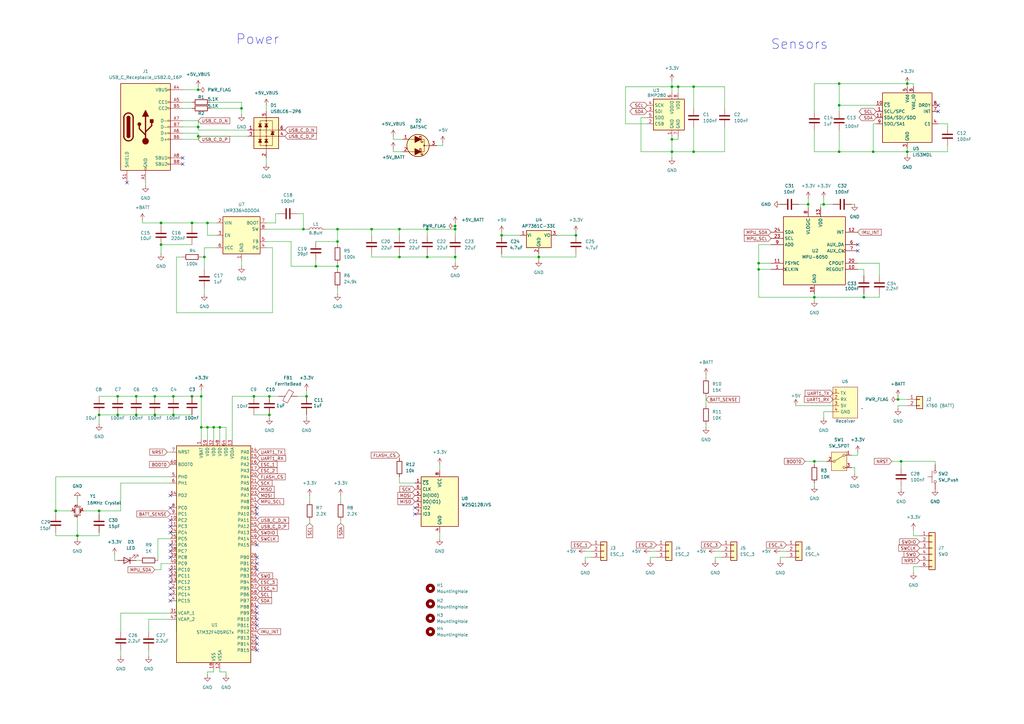
<source format=kicad_sch>
(kicad_sch (version 20231120) (generator "eeschema") (generator_version "8.0")
  (paper "A3")
  (lib_symbols
    (symbol "Connector:USB_C_Receptacle_USB2.0_16P" (pin_names (offset 1.016))
      (property "Reference" "J" (at 0 22.225 0))
      (property "Value" "USB_C_Receptacle_USB2.0_16P" (at 0 19.685 0))
      (symbol "USB_C_Receptacle_USB2.0_16P_1_1"
        (pin passive line (at 0 -22.86 90) (length 5.08) (name "GND") (number "A1"))
        (pin passive line (at 0 -22.86 90) (length 5.08) hide (name "GND") (number "A12"))
        (pin passive line (at 15.24 15.24 180) (length 5.08) (name "VBUS") (number "A4"))
        (pin bidirectional line (at 15.24 10.16 180) (length 5.08) (name "CC1") (number "A5"))
        (pin bidirectional line (at 15.24 -2.54 180) (length 5.08) (name "D+") (number "A6"))
        (pin bidirectional line (at 15.24 2.54 180) (length 5.08) (name "D-") (number "A7"))
        (pin bidirectional line (at 15.24 -12.7 180) (length 5.08) (name "SBU1") (number "A8"))
        (pin passive line (at 15.24 15.24 180) (length 5.08) hide (name "VBUS") (number "A9"))
        (pin passive line (at 0 -22.86 90) (length 5.08) hide (name "GND") (number "B1"))
        (pin passive line (at 0 -22.86 90) (length 5.08) hide (name "GND") (number "B12"))
        (pin passive line (at 15.24 15.24 180) (length 5.08) hide (name "VBUS") (number "B4"))
        (pin bidirectional line (at 15.24 7.62 180) (length 5.08) (name "CC2") (number "B5"))
        (pin bidirectional line (at 15.24 -5.08 180) (length 5.08) (name "D+") (number "B6"))
        (pin bidirectional line (at 15.24 0 180) (length 5.08) (name "D-") (number "B7"))
        (pin bidirectional line (at 15.24 -15.24 180) (length 5.08) (name "SBU2") (number "B8"))
        (pin passive line (at 15.24 15.24 180) (length 5.08) hide (name "VBUS") (number "B9"))
        (pin passive line (at -7.62 -22.86 90) (length 5.08) (name "SHIELD") (number "S1"))
      )
    )
    (symbol "Connector_Generic:Conn_01x02" (pin_names (offset 1.016) hide)
      (property "Reference" "J" (at 0 2.54 0))
      (property "Value" "Conn_01x02" (at 0 -5.08 0))
      (symbol "Conn_01x02_1_1"
        (pin passive line (at -5.08 0 0) (length 3.81) (name "Pin_1") (number "1"))
        (pin passive line (at -5.08 -2.54 0) (length 3.81) (name "Pin_2") (number "2"))
      )
    )
    (symbol "Connector_Generic:Conn_01x03" (pin_names (offset 1.016) hide)
      (property "Reference" "J" (at 0 5.08 0))
      (property "Value" "Conn_01x03" (at 0 -5.08 0))
      (symbol "Conn_01x03_1_1"
        (pin passive line (at -5.08 2.54 0) (length 3.81) (name "Pin_1") (number "1"))
        (pin passive line (at -5.08 0 0) (length 3.81) (name "Pin_2") (number "2"))
        (pin passive line (at -5.08 -2.54 0) (length 3.81) (name "Pin_3") (number "3"))
      )
    )
    (symbol "Connector_Generic:Conn_01x06" (pin_names (offset 1.016) hide)
      (property "Reference" "J" (at 0 7.62 0))
      (property "Value" "Conn_01x06" (at 0 -10.16 0))
      (symbol "Conn_01x06_1_1"
        (pin passive line (at -5.08 5.08 0) (length 3.81) (name "Pin_1") (number "1"))
        (pin passive line (at -5.08 2.54 0) (length 3.81) (name "Pin_2") (number "2"))
        (pin passive line (at -5.08 0 0) (length 3.81) (name "Pin_3") (number "3"))
        (pin passive line (at -5.08 -2.54 0) (length 3.81) (name "Pin_4") (number "4"))
        (pin passive line (at -5.08 -5.08 0) (length 3.81) (name "Pin_5") (number "5"))
        (pin passive line (at -5.08 -7.62 0) (length 3.81) (name "Pin_6") (number "6"))
      )
    )
    (symbol "Custom_Symbols:ELRS_Nano_Receiver"
      (property "Reference" "U" (at 0 13.716 0))
      (symbol "ELRS_Nano_Receiver_1_1"
        (text "Receiver" (at 0 -1.27 0) (effects (font (size 1.27 1.27))))
        (pin output line (at -5.08 10.16 0) (length 2.54) (name "TX") (number "1"))
        (pin input line (at -5.08 7.62 0) (length 2.54) (name "RX") (number "2"))
        (pin power_out line (at -5.08 5.08 0) (length 2.54) (name "5V") (number "3"))
        (pin power_out line (at -5.08 2.54 0) (length 2.54) (name "GND") (number "4"))
      )
    )
    (symbol "Device:Crystal_GND24_Small" (pin_names (offset 1.016) hide)
      (property "Reference" "Y" (at 1.27 4.445 0))
      (property "Value" "Crystal_GND24_Small" (at 1.27 2.54 0))
      (symbol "Crystal_GND24_Small_1_1"
        (pin passive line (at -2.54 0 0) (length 1.27) (name "1") (number "1"))
        (pin passive line (at 0 -2.54 90) (length 0.635) (name "2") (number "2"))
        (pin passive line (at 2.54 0 180) (length 1.27) (name "3") (number "3"))
        (pin passive line (at 0 2.54 270) (length 0.635) (name "4") (number "4"))
      )
    )
    (symbol "Device:FerriteBead" (pin_numbers hide) (pin_names (offset 0))
      (property "Reference" "FB" (at -3.81 0.635 90))
      (property "Value" "FerriteBead" (at 3.81 0 90))
      (symbol "FerriteBead_1_1"
        (pin passive line (at 0 3.81 270) (length 2.54) (name "~") (number "1"))
        (pin passive line (at 0 -3.81 90) (length 2.54) (name "~") (number "2"))
      )
    )
    (symbol "Device:L" (pin_numbers hide) (pin_names (offset 1.016) hide)
      (property "Reference" "L" (at -1.27 0 90))
      (property "Value" "L" (at 1.905 0 90))
      (symbol "L_1_1"
        (pin passive line (at 0 3.81 270) (length 1.27) (name "1") (number "1"))
        (pin passive line (at 0 -3.81 90) (length 1.27) (name "2") (number "2"))
      )
    )
    (symbol "Device:LED" (pin_numbers hide) (pin_names (offset 1.016) hide)
      (property "Reference" "D" (at 0 2.54 0))
      (property "Value" "LED" (at 0 -2.54 0))
      (symbol "LED_1_1"
        (pin passive line (at -3.81 0 0) (length 2.54) (name "K") (number "1"))
        (pin passive line (at 3.81 0 180) (length 2.54) (name "A") (number "2"))
      )
    )
    (symbol "Device:R" (pin_numbers hide) (pin_names (offset 0))
      (property "Reference" "R" (at 2.032 0 90))
      (property "Value" "R" (at 0 0 90))
      (symbol "R_1_1"
        (pin passive line (at 0 3.81 270) (length 1.27) (name "~") (number "1"))
        (pin passive line (at 0 -3.81 90) (length 1.27) (name "~") (number "2"))
      )
    )
    (symbol "MCU_ST_STM32F4:STM32F405RGTx"
      (property "Reference" "U" (at -15.24 46.99 0))
      (property "Value" "STM32F405RGTx" (at 10.16 46.99 0))
      (symbol "STM32F405RGTx_1_1"
        (pin power_in line (at -5.08 48.26 270) (length 2.54) (name "VBAT") (number "1"))
        (pin bidirectional line (at -17.78 15.24 0) (length 2.54) (name "PC2") (number "10"))
        (pin bidirectional line (at -17.78 12.7 0) (length 2.54) (name "PC3") (number "11"))
        (pin power_in line (at 2.54 -45.72 90) (length 2.54) (name "VSSA") (number "12"))
        (pin power_in line (at 7.62 48.26 270) (length 2.54) (name "VDDA") (number "13"))
        (pin bidirectional line (at 17.78 43.18 180) (length 2.54) (name "PA0") (number "14"))
        (pin bidirectional line (at 17.78 40.64 180) (length 2.54) (name "PA1") (number "15"))
        (pin bidirectional line (at 17.78 38.1 180) (length 2.54) (name "PA2") (number "16"))
        (pin bidirectional line (at 17.78 35.56 180) (length 2.54) (name "PA3") (number "17"))
        (pin power_in line (at 0 -45.72 90) (length 2.54) (name "VSS") (number "18"))
        (pin power_in line (at -2.54 48.26 270) (length 2.54) (name "VDD") (number "19"))
        (pin bidirectional line (at -17.78 -12.7 0) (length 2.54) (name "PC13") (number "2"))
        (pin bidirectional line (at 17.78 33.02 180) (length 2.54) (name "PA4") (number "20"))
        (pin bidirectional line (at 17.78 30.48 180) (length 2.54) (name "PA5") (number "21"))
        (pin bidirectional line (at 17.78 27.94 180) (length 2.54) (name "PA6") (number "22"))
        (pin bidirectional line (at 17.78 25.4 180) (length 2.54) (name "PA7") (number "23"))
        (pin bidirectional line (at -17.78 10.16 0) (length 2.54) (name "PC4") (number "24"))
        (pin bidirectional line (at -17.78 7.62 0) (length 2.54) (name "PC5") (number "25"))
        (pin bidirectional line (at 17.78 0 180) (length 2.54) (name "PB0") (number "26"))
        (pin bidirectional line (at 17.78 -2.54 180) (length 2.54) (name "PB1") (number "27"))
        (pin bidirectional line (at 17.78 -5.08 180) (length 2.54) (name "PB2") (number "28"))
        (pin bidirectional line (at 17.78 -25.4 180) (length 2.54) (name "PB10") (number "29"))
        (pin bidirectional line (at -17.78 -15.24 0) (length 2.54) (name "PC14") (number "3"))
        (pin bidirectional line (at 17.78 -27.94 180) (length 2.54) (name "PB11") (number "30"))
        (pin power_out line (at -17.78 -22.86 0) (length 2.54) (name "VCAP_1") (number "31"))
        (pin power_in line (at 0 48.26 270) (length 2.54) (name "VDD") (number "32"))
        (pin bidirectional line (at 17.78 -30.48 180) (length 2.54) (name "PB12") (number "33"))
        (pin bidirectional line (at 17.78 -33.02 180) (length 2.54) (name "PB13") (number "34"))
        (pin bidirectional line (at 17.78 -35.56 180) (length 2.54) (name "PB14") (number "35"))
        (pin bidirectional line (at 17.78 -38.1 180) (length 2.54) (name "PB15") (number "36"))
        (pin bidirectional line (at -17.78 5.08 0) (length 2.54) (name "PC6") (number "37"))
        (pin bidirectional line (at -17.78 2.54 0) (length 2.54) (name "PC7") (number "38"))
        (pin bidirectional line (at -17.78 0 0) (length 2.54) (name "PC8") (number "39"))
        (pin bidirectional line (at -17.78 -17.78 0) (length 2.54) (name "PC15") (number "4"))
        (pin bidirectional line (at -17.78 -2.54 0) (length 2.54) (name "PC9") (number "40"))
        (pin bidirectional line (at 17.78 22.86 180) (length 2.54) (name "PA8") (number "41"))
        (pin bidirectional line (at 17.78 20.32 180) (length 2.54) (name "PA9") (number "42"))
        (pin bidirectional line (at 17.78 17.78 180) (length 2.54) (name "PA10") (number "43"))
        (pin bidirectional line (at 17.78 15.24 180) (length 2.54) (name "PA11") (number "44"))
        (pin bidirectional line (at 17.78 12.7 180) (length 2.54) (name "PA12") (number "45"))
        (pin bidirectional line (at 17.78 10.16 180) (length 2.54) (name "PA13") (number "46"))
        (pin power_out line (at -17.78 -25.4 0) (length 2.54) (name "VCAP_2") (number "47"))
        (pin power_in line (at 2.54 48.26 270) (length 2.54) (name "VDD") (number "48"))
        (pin bidirectional line (at 17.78 7.62 180) (length 2.54) (name "PA14") (number "49"))
        (pin bidirectional line (at -17.78 33.02 0) (length 2.54) (name "PH0") (number "5"))
        (pin bidirectional line (at 17.78 5.08 180) (length 2.54) (name "PA15") (number "50"))
        (pin bidirectional line (at -17.78 -5.08 0) (length 2.54) (name "PC10") (number "51"))
        (pin bidirectional line (at -17.78 -7.62 0) (length 2.54) (name "PC11") (number "52"))
        (pin bidirectional line (at -17.78 -10.16 0) (length 2.54) (name "PC12") (number "53"))
        (pin bidirectional line (at -17.78 25.4 0) (length 2.54) (name "PD2") (number "54"))
        (pin bidirectional line (at 17.78 -7.62 180) (length 2.54) (name "PB3") (number "55"))
        (pin bidirectional line (at 17.78 -10.16 180) (length 2.54) (name "PB4") (number "56"))
        (pin bidirectional line (at 17.78 -12.7 180) (length 2.54) (name "PB5") (number "57"))
        (pin bidirectional line (at 17.78 -15.24 180) (length 2.54) (name "PB6") (number "58"))
        (pin bidirectional line (at 17.78 -17.78 180) (length 2.54) (name "PB7") (number "59"))
        (pin bidirectional line (at -17.78 30.48 0) (length 2.54) (name "PH1") (number "6"))
        (pin input line (at -17.78 38.1 0) (length 2.54) (name "BOOT0") (number "60"))
        (pin bidirectional line (at 17.78 -20.32 180) (length 2.54) (name "PB8") (number "61"))
        (pin bidirectional line (at 17.78 -22.86 180) (length 2.54) (name "PB9") (number "62"))
        (pin passive line (at 0 -45.72 90) (length 2.54) hide (name "VSS") (number "63"))
        (pin power_in line (at 5.08 48.26 270) (length 2.54) (name "VDD") (number "64"))
        (pin input line (at -17.78 43.18 0) (length 2.54) (name "NRST") (number "7"))
        (pin bidirectional line (at -17.78 20.32 0) (length 2.54) (name "PC0") (number "8"))
        (pin bidirectional line (at -17.78 17.78 0) (length 2.54) (name "PC1") (number "9"))
      )
    )
    (symbol "Mechanical:MountingHole" (pin_names (offset 1.016))
      (property "Reference" "H" (at 0 5.08 0))
      (property "Value" "MountingHole" (at 0 3.175 0))
    )
    (symbol "Memory_Flash:W25Q128JVS"
      (property "Reference" "U" (at -8.89 8.89 0))
      (property "Value" "W25Q128JVS" (at 7.62 8.89 0))
      (symbol "W25Q128JVS_1_1"
        (pin input line (at -10.16 7.62 0) (length 2.54) (name "~{CS}") (number "1"))
        (pin bidirectional line (at -10.16 0 0) (length 2.54) (name "DO(IO1)") (number "2"))
        (pin bidirectional line (at -10.16 -2.54 0) (length 2.54) (name "IO2") (number "3"))
        (pin power_in line (at 0 -12.7 90) (length 2.54) (name "GND") (number "4"))
        (pin bidirectional line (at -10.16 2.54 0) (length 2.54) (name "DI(IO0)") (number "5"))
        (pin input line (at -10.16 5.08 0) (length 2.54) (name "CLK") (number "6"))
        (pin bidirectional line (at -10.16 -5.08 0) (length 2.54) (name "IO3") (number "7"))
        (pin power_in line (at 0 12.7 270) (length 2.54) (name "VCC") (number "8"))
      )
    )
    (symbol "PCM_Capacitor_AKL:C_0402" (pin_numbers hide) (pin_names (offset 0.254))
      (property "Reference" "C" (at 0.635 2.54 0))
      (property "Value" "C_0402" (at 0.635 -2.54 0))
      (symbol "C_0402_1_1"
        (pin passive line (at 0 3.81 270) (length 2.794) (name "~") (number "1"))
        (pin passive line (at 0 -3.81 90) (length 2.794) (name "~") (number "2"))
      )
    )
    (symbol "PCM_Capacitor_AKL:C_0603" (pin_numbers hide) (pin_names (offset 0.254))
      (property "Reference" "C" (at 0.635 2.54 0))
      (property "Value" "C_0603" (at 0.635 -2.54 0))
      (symbol "C_0603_1_1"
        (pin passive line (at 0 3.81 270) (length 2.794) (name "~") (number "1"))
        (pin passive line (at 0 -3.81 90) (length 2.794) (name "~") (number "2"))
      )
    )
    (symbol "PCM_Diode_Schottky_AKL:BAT54C" (pin_names (offset 1.016) hide)
      (property "Reference" "D" (at 0 8.89 0))
      (property "Value" "BAT54C" (at 0 6.35 0))
      (symbol "BAT54C_1_1"
        (pin passive line (at -6.35 2.54 0) (length 2.54) (name "A2") (number "1"))
        (pin passive line (at -6.35 -2.54 0) (length 2.54) (name "A1") (number "2"))
        (pin passive line (at 7.62 0 180) (length 2.54) (name "K") (number "3"))
      )
    )
    (symbol "PCM_Diode_TVS_AKL:USBLC6-2P6" (pin_names (offset 1.016) hide)
      (property "Reference" "D" (at 6.35 6.35 0))
      (property "Value" "USBLC6-2P6" (at 6.35 3.81 0))
      (symbol "USBLC6-2P6_1_1"
        (pin passive line (at -7.62 0 0) (length 2.54) (name "L1") (number "1"))
        (pin passive line (at 0 -11.43 90) (length 2.54) (name "VN") (number "2"))
        (pin passive line (at -7.62 -2.54 0) (length 2.54) (name "L2") (number "3"))
        (pin passive line (at 7.62 -2.54 180) (length 2.54) (name "L2") (number "4"))
        (pin passive line (at 0 7.62 270) (length 2.54) (name "VP") (number "5"))
        (pin passive line (at 7.62 0 180) (length 2.54) (name "L1") (number "6"))
      )
    )
    (symbol "Regulator_Linear:AP7361C-33E" (pin_names (offset 0.254))
      (property "Reference" "U" (at -3.81 3.175 0))
      (property "Value" "AP7361C-33E" (at 0 3.175 0))
      (symbol "AP7361C-33E_1_1"
        (pin power_in line (at -7.62 0 0) (length 2.54) (name "VI") (number "1"))
        (pin power_in line (at 0 -7.62 90) (length 2.54) (name "GND") (number "2"))
        (pin power_out line (at 7.62 0 180) (length 2.54) (name "VO") (number "3"))
      )
    )
    (symbol "Regulator_Switching:LMR33640DDDA"
      (property "Reference" "U" (at 0 11.43 0))
      (property "Value" "LMR33640DDDA" (at 0 8.89 0))
      (symbol "LMR33640DDDA_1_1"
        (pin power_in line (at 0 -10.16 90) (length 2.54) (name "GND") (number "1"))
        (pin power_in line (at -10.16 5.08 0) (length 2.54) (name "VIN") (number "2"))
        (pin input line (at -10.16 0 0) (length 2.54) (name "EN") (number "3"))
        (pin open_collector line (at 10.16 -5.08 180) (length 2.54) (name "PG") (number "4"))
        (pin input line (at 10.16 -2.54 180) (length 2.54) (name "FB") (number "5"))
        (pin power_out line (at -10.16 -5.08 0) (length 2.54) (name "VCC") (number "6"))
        (pin input line (at 10.16 5.08 180) (length 2.54) (name "BOOT") (number "7"))
        (pin output line (at 10.16 2.54 180) (length 2.54) (name "SW") (number "8"))
        (pin passive line (at 0 -10.16 90) (length 2.54) hide (name "GND") (number "9"))
      )
    )
    (symbol "Sensor_Magnetic:LIS3MDL"
      (property "Reference" "U5" (at 2.1941 -12.7 0))
      (property "Value" "LIS3MDL" (at 2.1941 -15.24 0))
      (symbol "LIS3MDL_1_1"
        (pin bidirectional line (at -12.7 2.54 0) (length 2.54) (name "SCL/SPC") (number "1"))
        (pin input line (at -12.7 5.08 0) (length 2.54) (name "~{CS}") (number "10"))
        (pin bidirectional line (at -12.7 0 0) (length 2.54) (name "SDA/SDI/SDO") (number "11"))
        (pin passive line (at 0 -12.7 90) (length 2.54) hide (name "GND") (number "12"))
        (pin passive line (at 0 -12.7 90) (length 2.54) hide (name "GND") (number "2"))
        (pin power_in line (at 0 -12.7 90) (length 2.54) (name "GND") (number "3"))
        (pin power_out line (at 12.7 -2.54 180) (length 2.54) (name "C1") (number "4"))
        (pin power_in line (at 0 12.7 270) (length 2.54) (name "Vdd") (number "5"))
        (pin power_in line (at 2.54 12.7 270) (length 2.54) (name "Vdd_IO") (number "6"))
        (pin output line (at 12.7 2.54 180) (length 2.54) (name "INT") (number "7"))
        (pin output line (at 12.7 5.08 180) (length 2.54) (name "DRDY") (number "8"))
        (pin bidirectional line (at -12.7 -2.54 0) (length 2.54) (name "SDO/SA1") (number "9"))
      )
    )
    (symbol "Sensor_Motion:MPU-6050"
      (property "Reference" "U2" (at -1.016 0 0))
      (property "Value" "MPU-6050" (at -5.08 -2.54 0))
      (symbol "MPU-6050_0_0"
        (text "" (at 12.7 -2.54 0) (effects (font (size 1.27 1.27))))
      )
      (symbol "MPU-6050_1_1"
        (pin bidirectional clock (at -17.78 -7.62 0) (length 5.08) (name "CLKIN") (number "1"))
        (pin passive line (at 17.78 -7.62 180) (length 5.08) (name "REGOUT") (number "10"))
        (pin bidirectional line (at -17.78 -5.08 0) (length 5.08) (name "FSYNC") (number "11"))
        (pin bidirectional line (at 17.78 7.62 180) (length 5.08) (name "INT") (number "12"))
        (pin power_in line (at 2.54 17.78 270) (length 3.81) (name "VDD") (number "13"))
        (pin no_connect line (at -12.7 -10.16 0) (length 2.54) hide (name "NC") (number "14"))
        (pin no_connect line (at 12.7 12.7 180) (length 2.54) hide (name "NC") (number "15"))
        (pin no_connect line (at 12.7 10.16 180) (length 2.54) hide (name "NC") (number "16"))
        (pin no_connect line (at 12.7 5.08 180) (length 2.54) hide (name "NC") (number "17"))
        (pin power_in line (at 0 -17.78 90) (length 3.81) (name "GND") (number "18"))
        (pin no_connect line (at 12.7 -10.16 180) (length 2.54) hide (name "RESV") (number "19"))
        (pin no_connect line (at -12.7 12.7 0) (length 2.54) hide (name "NC") (number "2"))
        (pin passive line (at 17.78 -5.08 180) (length 5.08) (name "CPOUT") (number "20"))
        (pin no_connect line (at 12.7 -2.54 180) (length 2.54) hide (name "RESV") (number "21"))
        (pin no_connect line (at 12.7 -12.7 180) (length 2.54) hide (name "RESV") (number "22"))
        (pin bidirectional line (at -17.78 5.08 0) (length 5.08) (name "SCL") (number "23"))
        (pin bidirectional line (at -17.78 7.62 0) (length 5.08) (name "SDA") (number "24"))
        (pin no_connect line (at -12.7 10.16 0) (length 2.54) hide (name "NC") (number "3"))
        (pin no_connect line (at -12.7 0 0) (length 2.54) hide (name "NC") (number "4"))
        (pin no_connect line (at -12.7 -2.54 0) (length 2.54) hide (name "NC") (number "5"))
        (pin bidirectional line (at 17.78 2.54 180) (length 5.08) (name "AUX_DA") (number "6"))
        (pin bidirectional clock (at 17.78 0 180) (length 5.08) (name "AUX_CL") (number "7"))
        (pin power_in line (at -2.54 17.78 270) (length 3.81) (name "VLOGIC") (number "8"))
        (pin input line (at -17.78 2.54 0) (length 5.08) (name "AD0") (number "9"))
      )
    )
    (symbol "Sensor_Pressure:BMP280"
      (property "Reference" "U" (at -7.62 10.16 0))
      (property "Value" "BMP280" (at 5.08 10.16 0))
      (symbol "BMP280_1_1"
        (pin power_in line (at 0 -7.62 90) (length 2.54) (name "GND") (number "1"))
        (pin input line (at -10.16 -2.54 0) (length 2.54) (name "CSB") (number "2"))
        (pin bidirectional line (at -10.16 2.54 0) (length 2.54) (name "SDI") (number "3"))
        (pin input line (at -10.16 5.08 0) (length 2.54) (name "SCK") (number "4"))
        (pin bidirectional line (at -10.16 0 0) (length 2.54) (name "SDO") (number "5"))
        (pin power_in line (at 0 10.16 270) (length 2.54) (name "VDDIO") (number "6"))
        (pin power_in line (at 2.54 -7.62 90) (length 2.54) (name "GND") (number "7"))
        (pin power_in line (at 2.54 10.16 270) (length 2.54) (name "VDD") (number "8"))
      )
    )
    (symbol "Switch:SW_Push" (pin_numbers hide) (pin_names (offset 1.016) hide)
      (property "Reference" "SW" (at 1.27 2.54 0))
      (property "Value" "SW_Push" (at 0 -1.524 0))
      (symbol "SW_Push_0_1"
        (pin passive line (at -5.08 0 0) (length 2.54) (name "1") (number "1"))
        (pin passive line (at 5.08 0 180) (length 2.54) (name "2") (number "2"))
      )
    )
    (symbol "Switch:SW_SPDT" (pin_names (offset 0) hide)
      (property "Reference" "SW" (at 0 5.08 0))
      (property "Value" "SW_SPDT" (at 0 -5.08 0))
      (symbol "SW_SPDT_1_1"
        (pin passive line (at 5.08 2.54 180) (length 2.54) (name "A") (number "1"))
        (pin passive line (at -5.08 0 0) (length 2.54) (name "B") (number "2"))
        (pin passive line (at 5.08 -2.54 180) (length 2.54) (name "C") (number "3"))
      )
    )
    (symbol "power:+3.3V" (power) (pin_numbers hide) (pin_names (offset 0) hide)
      (property "Value" "+3.3V" (at 0 3.556 0))
      (symbol "+3.3V_1_1"
        (pin power_in line (at 0 0 90) (length 0) (name "~") (number "1"))
      )
    )
    (symbol "power:+5V" (power) (pin_numbers hide) (pin_names (offset 0) hide)
      (property "Value" "+5V" (at 0 3.556 0))
      (symbol "+5V_1_1"
        (pin power_in line (at 0 0 90) (length 0) (name "~") (number "1"))
      )
    )
    (symbol "power:+BATT" (power) (pin_numbers hide) (pin_names (offset 0) hide)
      (property "Value" "+BATT" (at 0 3.556 0))
      (symbol "+BATT_1_1"
        (pin power_in line (at 0 0 90) (length 0) (name "~") (number "1"))
      )
    )
    (symbol "power:GND" (power) (pin_numbers hide) (pin_names (offset 0) hide)
      (property "Value" "GND" (at 0 -3.81 0))
      (symbol "GND_1_1"
        (pin power_in line (at 0 0 270) (length 0) (name "~") (number "1"))
      )
    )
    (symbol "power:PWR_FLAG" (power) (pin_numbers hide) (pin_names (offset 0) hide)
      (property "Value" "PWR_FLAG" (at 0 3.81 0))
      (symbol "PWR_FLAG_0_0"
        (pin power_out line (at 0 0 90) (length 0) (name "~") (number "1"))
      )
    )
  )
  (junction (at 275.59 57.15))
  (junction (at 110.49 162.56))
  (junction (at 138.43 109.22))
  (junction (at 63.5 170.18))
  (junction (at 87.63 175.26))
  (junction (at 22.86 209.55))
  (junction (at 372.11 62.23))
  (junction (at 278.13 35.56))
  (junction (at 71.12 170.18))
  (junction (at 311.15 107.95))
  (junction (at 152.4 93.98))
  (junction (at 40.64 170.18))
  (junction (at 82.55 175.26))
  (junction (at 186.69 105.41))
  (junction (at 138.43 99.06))
  (junction (at 81.28 55.88))
  (junction (at 81.28 36.83))
  (junction (at 71.12 162.56))
  (junction (at 78.74 91.44))
  (junction (at 334.01 121.92))
  (junction (at 90.17 175.26))
  (junction (at 63.5 162.56))
  (junction (at 311.15 110.49))
  (junction (at 236.22 96.52))
  (junction (at 55.88 170.18))
  (junction (at 81.28 52.07))
  (junction (at 344.17 43.18))
  (junction (at 83.82 105.41))
  (junction (at 78.74 162.56))
  (junction (at 334.01 189.23))
  (junction (at 99.06 44.45))
  (junction (at 175.26 105.41))
  (junction (at 284.48 62.23))
  (junction (at 354.33 121.92))
  (junction (at 66.04 91.44))
  (junction (at 163.83 93.98))
  (junction (at 110.49 170.18))
  (junction (at 220.98 105.41))
  (junction (at 331.47 83.82))
  (junction (at 344.17 34.29))
  (junction (at 129.54 109.22))
  (junction (at 138.43 93.98))
  (junction (at 284.48 35.56))
  (junction (at 31.75 219.71))
  (junction (at 48.26 162.56))
  (junction (at 369.57 189.23))
  (junction (at 85.09 175.26))
  (junction (at 344.17 62.23))
  (junction (at 85.09 91.44))
  (junction (at 125.73 162.56))
  (junction (at 186.69 92.71))
  (junction (at 205.74 96.52))
  (junction (at 40.64 209.55))
  (junction (at 337.82 83.82))
  (junction (at 66.04 100.33))
  (junction (at 275.59 62.23))
  (junction (at 372.11 34.29))
  (junction (at 358.14 62.23))
  (junction (at 104.14 162.56))
  (junction (at 48.26 170.18))
  (junction (at 186.69 93.98))
  (junction (at 175.26 93.98))
  (junction (at 82.55 162.56))
  (junction (at 124.46 93.98))
  (junction (at 275.59 35.56))
  (junction (at 163.83 105.41))
  (junction (at 368.3 163.83))
  (junction (at 55.88 162.56))
  (no_connect (at 69.85 236.22))
  (no_connect (at 105.41 228.6))
  (no_connect (at 384.81 43.18))
  (no_connect (at 69.85 241.3))
  (no_connect (at 170.18 208.28))
  (no_connect (at 351.79 102.87))
  (no_connect (at 69.85 226.06))
  (no_connect (at 69.85 223.52))
  (no_connect (at 69.85 238.76))
  (no_connect (at 105.41 208.28))
  (no_connect (at 170.18 210.82))
  (no_connect (at 105.41 256.54))
  (no_connect (at 69.85 203.2))
  (no_connect (at 105.41 233.68))
  (no_connect (at 384.81 45.72))
  (no_connect (at 69.85 246.38))
  (no_connect (at 105.41 223.52))
  (no_connect (at 52.07 74.93))
  (no_connect (at 69.85 215.9))
  (no_connect (at 69.85 233.68))
  (no_connect (at 69.85 208.28))
  (no_connect (at 105.41 261.62))
  (no_connect (at 105.41 254))
  (no_connect (at 351.79 100.33))
  (no_connect (at 74.93 64.77))
  (no_connect (at 69.85 243.84))
  (no_connect (at 105.41 251.46))
  (no_connect (at 69.85 218.44))
  (no_connect (at 74.93 67.31))
  (no_connect (at 69.85 228.6))
  (no_connect (at 69.85 213.36))
  (no_connect (at 105.41 231.14))
  (no_connect (at 105.41 210.82))
  (no_connect (at 105.41 266.7))
  (no_connect (at 105.41 248.92))
  (no_connect (at 105.41 264.16))
  (wire (pts (xy 311.15 107.95) (xy 311.15 110.49)))
  (wire (pts (xy 278.13 35.56) (xy 284.48 35.56)))
  (wire (pts (xy 109.22 43.18) (xy 109.22 45.72)))
  (wire (pts (xy 99.06 41.91) (xy 99.06 44.45)))
  (wire (pts (xy 40.64 170.18) (xy 40.64 173.99)))
  (wire (pts (xy 372.11 34.29) (xy 374.65 34.29)))
  (wire (pts (xy 83.82 105.41) (xy 83.82 110.49)))
  (wire (pts (xy 368.3 166.37) (xy 368.3 167.64)))
  (wire (pts (xy 87.63 175.26) (xy 87.63 180.34)))
  (wire (pts (xy 111.76 128.27) (xy 111.76 101.6)))
  (wire (pts (xy 354.33 110.49) (xy 351.79 110.49)))
  (wire (pts (xy 311.15 107.95) (xy 316.23 107.95)))
  (wire (pts (xy 349.25 83.82) (xy 350.52 83.82)))
  (wire (pts (xy 284.48 35.56) (xy 297.18 35.56)))
  (wire (pts (xy 40.64 209.55) (xy 40.64 210.82)))
  (wire (pts (xy 88.9 101.6) (xy 83.82 101.6)))
  (wire (pts (xy 372.11 35.56) (xy 372.11 34.29)))
  (wire (pts (xy 326.39 166.37) (xy 341.63 166.37)))
  (wire (pts (xy 85.09 96.52) (xy 85.09 91.44)))
  (wire (pts (xy 228.6 96.52) (xy 236.22 96.52)))
  (wire (pts (xy 179.07 59.69) (xy 181.61 59.69)))
  (wire (pts (xy 337.82 168.91) (xy 337.82 171.45)))
  (wire (pts (xy 175.26 93.98) (xy 175.26 96.52)))
  (wire (pts (xy 74.93 41.91) (xy 78.74 41.91)))
  (wire (pts (xy 344.17 43.18) (xy 359.41 43.18)))
  (wire (pts (xy 125.73 160.02) (xy 125.73 162.56)))
  (wire (pts (xy 359.41 50.8) (xy 358.14 50.8)))
  (wire (pts (xy 163.83 104.14) (xy 163.83 105.41)))
  (wire (pts (xy 22.86 195.58) (xy 69.85 195.58)))
  (wire (pts (xy 275.59 33.02) (xy 275.59 35.56)))
  (wire (pts (xy 163.83 195.58) (xy 163.83 198.12)))
  (wire (pts (xy 109.22 99.06) (xy 119.38 99.06)))
  (wire (pts (xy 82.55 105.41) (xy 83.82 105.41)))
  (wire (pts (xy 127 214.63) (xy 127 213.36)))
  (wire (pts (xy 31.75 207.01) (xy 31.75 204.47)))
  (wire (pts (xy 344.17 45.72) (xy 344.17 43.18)))
  (wire (pts (xy 55.88 170.18) (xy 63.5 170.18)))
  (wire (pts (xy 344.17 34.29) (xy 372.11 34.29)))
  (wire (pts (xy 262.89 48.26) (xy 265.43 48.26)))
  (wire (pts (xy 256.54 35.56) (xy 275.59 35.56)))
  (wire (pts (xy 40.64 170.18) (xy 48.26 170.18)))
  (wire (pts (xy 59.69 74.93) (xy 59.69 76.2)))
  (wire (pts (xy 334.01 62.23) (xy 344.17 62.23)))
  (wire (pts (xy 74.93 36.83) (xy 81.28 36.83)))
  (wire (pts (xy 334.01 121.92) (xy 354.33 121.92)))
  (wire (pts (xy 88.9 91.44) (xy 85.09 91.44)))
  (wire (pts (xy 127 203.2) (xy 127 205.74)))
  (wire (pts (xy 60.96 266.7) (xy 60.96 269.24)))
  (wire (pts (xy 180.34 218.44) (xy 180.34 220.98)))
  (wire (pts (xy 334.01 53.34) (xy 334.01 62.23)))
  (wire (pts (xy 327.66 83.82) (xy 331.47 83.82)))
  (wire (pts (xy 205.74 96.52) (xy 213.36 96.52)))
  (wire (pts (xy 275.59 35.56) (xy 278.13 35.56)))
  (wire (pts (xy 163.83 93.98) (xy 175.26 93.98)))
  (wire (pts (xy 81.28 57.15) (xy 81.28 55.88)))
  (wire (pts (xy 240.03 228.6) (xy 240.03 229.87)))
  (wire (pts (xy 360.68 120.65) (xy 360.68 121.92)))
  (wire (pts (xy 109.22 64.77) (xy 109.22 67.31)))
  (wire (pts (xy 240.03 228.6) (xy 242.57 228.6)))
  (wire (pts (xy 349.25 191.77) (xy 350.52 191.77)))
  (wire (pts (xy 74.93 57.15) (xy 81.28 57.15)))
  (wire (pts (xy 119.38 109.22) (xy 129.54 109.22)))
  (wire (pts (xy 58.42 91.44) (xy 58.42 90.17)))
  (wire (pts (xy 278.13 55.88) (xy 278.13 57.15)))
  (wire (pts (xy 81.28 53.34) (xy 101.6 53.34)))
  (wire (pts (xy 374.65 219.71) (xy 374.65 217.17)))
  (wire (pts (xy 85.09 275.59) (xy 87.63 275.59)))
  (wire (pts (xy 262.89 62.23) (xy 275.59 62.23)))
  (wire (pts (xy 181.61 59.69) (xy 181.61 58.42)))
  (wire (pts (xy 48.26 162.56) (xy 55.88 162.56)))
  (wire (pts (xy 66.04 100.33) (xy 66.04 104.14)))
  (wire (pts (xy 81.28 52.07) (xy 81.28 49.53)))
  (wire (pts (xy 275.59 55.88) (xy 275.59 57.15)))
  (wire (pts (xy 175.26 104.14) (xy 175.26 105.41)))
  (wire (pts (xy 320.04 226.06) (xy 322.58 226.06)))
  (wire (pts (xy 351.79 185.42) (xy 351.79 186.69)))
  (wire (pts (xy 284.48 44.45) (xy 284.48 35.56)))
  (wire (pts (xy 69.85 254) (xy 60.96 254)))
  (wire (pts (xy 87.63 275.59) (xy 87.63 274.32)))
  (wire (pts (xy 31.75 219.71) (xy 31.75 220.98)))
  (wire (pts (xy 336.55 83.82) (xy 336.55 85.09)))
  (wire (pts (xy 293.37 226.06) (xy 295.91 226.06)))
  (wire (pts (xy 71.12 170.18) (xy 78.74 170.18)))
  (wire (pts (xy 66.04 100.33) (xy 78.74 100.33)))
  (wire (pts (xy 138.43 99.06) (xy 138.43 100.33)))
  (wire (pts (xy 275.59 57.15) (xy 278.13 57.15)))
  (wire (pts (xy 297.18 62.23) (xy 284.48 62.23)))
  (wire (pts (xy 111.76 101.6) (xy 109.22 101.6)))
  (wire (pts (xy 85.09 175.26) (xy 85.09 180.34)))
  (wire (pts (xy 109.22 93.98) (xy 124.46 93.98)))
  (wire (pts (xy 124.46 93.98) (xy 125.73 93.98)))
  (wire (pts (xy 46.99 227.33) (xy 46.99 229.87)))
  (wire (pts (xy 331.47 81.28) (xy 331.47 83.82)))
  (wire (pts (xy 40.64 162.56) (xy 48.26 162.56)))
  (wire (pts (xy 331.47 83.82) (xy 331.47 85.09)))
  (wire (pts (xy 72.39 105.41) (xy 74.93 105.41)))
  (wire (pts (xy 383.54 189.23) (xy 383.54 190.5)))
  (wire (pts (xy 64.77 220.98) (xy 69.85 220.98)))
  (wire (pts (xy 311.15 100.33) (xy 311.15 107.95)))
  (wire (pts (xy 358.14 62.23) (xy 372.11 62.23)))
  (wire (pts (xy 388.62 59.69) (xy 388.62 62.23)))
  (wire (pts (xy 49.53 259.08) (xy 49.53 251.46)))
  (wire (pts (xy 369.57 189.23) (xy 369.57 191.77)))
  (wire (pts (xy 377.19 219.71) (xy 374.65 219.71)))
  (wire (pts (xy 175.26 105.41) (xy 186.69 105.41)))
  (wire (pts (xy 165.1 62.23) (xy 161.29 62.23)))
  (wire (pts (xy 99.06 46.99) (xy 99.06 44.45)))
  (wire (pts (xy 372.11 60.96) (xy 372.11 62.23)))
  (wire (pts (xy 297.18 52.07) (xy 297.18 62.23)))
  (wire (pts (xy 125.73 171.45) (xy 125.73 170.18)))
  (wire (pts (xy 139.7 214.63) (xy 139.7 213.36)))
  (wire (pts (xy 161.29 57.15) (xy 161.29 55.88)))
  (wire (pts (xy 374.65 232.41) (xy 374.65 234.95)))
  (wire (pts (xy 337.82 81.28) (xy 337.82 83.82)))
  (wire (pts (xy 22.86 219.71) (xy 31.75 219.71)))
  (wire (pts (xy 334.01 120.65) (xy 334.01 121.92)))
  (wire (pts (xy 175.26 93.98) (xy 186.69 93.98)))
  (wire (pts (xy 256.54 50.8) (xy 256.54 35.56)))
  (wire (pts (xy 82.55 162.56) (xy 82.55 175.26)))
  (wire (pts (xy 40.64 219.71) (xy 40.64 218.44)))
  (wire (pts (xy 316.23 100.33) (xy 311.15 100.33)))
  (wire (pts (xy 334.01 34.29) (xy 344.17 34.29)))
  (wire (pts (xy 78.74 91.44) (xy 66.04 91.44)))
  (wire (pts (xy 220.98 105.41) (xy 220.98 106.68)))
  (wire (pts (xy 55.88 162.56) (xy 63.5 162.56)))
  (wire (pts (xy 86.36 44.45) (xy 99.06 44.45)))
  (wire (pts (xy 372.11 166.37) (xy 368.3 166.37)))
  (wire (pts (xy 289.56 162.56) (xy 289.56 166.37)))
  (wire (pts (xy 220.98 104.14) (xy 220.98 105.41)))
  (wire (pts (xy 163.83 93.98) (xy 163.83 96.52)))
  (wire (pts (xy 275.59 35.56) (xy 275.59 38.1)))
  (wire (pts (xy 90.17 175.26) (xy 90.17 180.34)))
  (wire (pts (xy 81.28 55.88) (xy 101.6 55.88)))
  (wire (pts (xy 82.55 175.26) (xy 82.55 180.34)))
  (wire (pts (xy 49.53 251.46) (xy 69.85 251.46)))
  (wire (pts (xy 236.22 95.25) (xy 236.22 96.52)))
  (wire (pts (xy 344.17 53.34) (xy 344.17 62.23)))
  (wire (pts (xy 129.54 109.22) (xy 138.43 109.22)))
  (wire (pts (xy 369.57 189.23) (xy 383.54 189.23)))
  (wire (pts (xy 289.56 173.99) (xy 289.56 175.26)))
  (wire (pts (xy 72.39 128.27) (xy 111.76 128.27)))
  (wire (pts (xy 129.54 99.06) (xy 138.43 99.06)))
  (wire (pts (xy 49.53 266.7) (xy 49.53 269.24)))
  (wire (pts (xy 92.71 175.26) (xy 92.71 180.34)))
  (wire (pts (xy 266.7 226.06) (xy 269.24 226.06)))
  (wire (pts (xy 125.73 162.56) (xy 121.92 162.56)))
  (wire (pts (xy 360.68 107.95) (xy 360.68 113.03)))
  (wire (pts (xy 68.58 185.42) (xy 69.85 185.42)))
  (wire (pts (xy 82.55 160.02) (xy 82.55 162.56)))
  (wire (pts (xy 205.74 104.14) (xy 205.74 105.41)))
  (wire (pts (xy 334.01 190.5) (xy 334.01 189.23)))
  (wire (pts (xy 186.69 105.41) (xy 186.69 107.95)))
  (wire (pts (xy 124.46 87.63) (xy 121.92 87.63)))
  (wire (pts (xy 72.39 105.41) (xy 72.39 128.27)))
  (wire (pts (xy 297.18 35.56) (xy 297.18 44.45)))
  (wire (pts (xy 388.62 62.23) (xy 372.11 62.23)))
  (wire (pts (xy 138.43 93.98) (xy 152.4 93.98)))
  (wire (pts (xy 34.29 209.55) (xy 40.64 209.55)))
  (wire (pts (xy 48.26 170.18) (xy 55.88 170.18)))
  (wire (pts (xy 86.36 41.91) (xy 99.06 41.91)))
  (wire (pts (xy 351.79 107.95) (xy 360.68 107.95)))
  (wire (pts (xy 99.06 106.68) (xy 99.06 109.22)))
  (wire (pts (xy 104.14 162.56) (xy 110.49 162.56)))
  (wire (pts (xy 90.17 175.26) (xy 92.71 175.26)))
  (wire (pts (xy 113.03 87.63) (xy 114.3 87.63)))
  (wire (pts (xy 22.86 209.55) (xy 22.86 195.58)))
  (wire (pts (xy 266.7 228.6) (xy 266.7 229.87)))
  (wire (pts (xy 74.93 44.45) (xy 78.74 44.45)))
  (wire (pts (xy 85.09 275.59) (xy 85.09 276.86)))
  (wire (pts (xy 372.11 62.23) (xy 372.11 63.5)))
  (wire (pts (xy 266.7 228.6) (xy 269.24 228.6)))
  (wire (pts (xy 186.69 93.98) (xy 186.69 96.52)))
  (wire (pts (xy 66.04 233.68) (xy 66.04 231.14)))
  (wire (pts (xy 85.09 91.44) (xy 78.74 91.44)))
  (wire (pts (xy 240.03 226.06) (xy 242.57 226.06)))
  (wire (pts (xy 344.17 34.29) (xy 344.17 43.18)))
  (wire (pts (xy 74.93 52.07) (xy 81.28 52.07)))
  (wire (pts (xy 152.4 105.41) (xy 163.83 105.41)))
  (wire (pts (xy 275.59 62.23) (xy 284.48 62.23)))
  (wire (pts (xy 63.5 162.56) (xy 71.12 162.56)))
  (wire (pts (xy 66.04 92.71) (xy 66.04 91.44)))
  (wire (pts (xy 81.28 53.34) (xy 81.28 52.07)))
  (wire (pts (xy 49.53 209.55) (xy 49.53 198.12)))
  (wire (pts (xy 369.57 199.39) (xy 369.57 200.66)))
  (wire (pts (xy 92.71 275.59) (xy 92.71 276.86)))
  (wire (pts (xy 358.14 50.8) (xy 358.14 62.23)))
  (wire (pts (xy 334.01 121.92) (xy 334.01 123.19)))
  (wire (pts (xy 46.99 229.87) (xy 48.26 229.87)))
  (wire (pts (xy 334.01 198.12) (xy 334.01 199.39)))
  (wire (pts (xy 95.25 162.56) (xy 104.14 162.56)))
  (wire (pts (xy 92.71 275.59) (xy 90.17 275.59)))
  (wire (pts (xy 152.4 104.14) (xy 152.4 105.41)))
  (wire (pts (xy 110.49 170.18) (xy 110.49 171.45)))
  (wire (pts (xy 83.82 118.11) (xy 83.82 120.65)))
  (wire (pts (xy 284.48 52.07) (xy 284.48 62.23)))
  (wire (pts (xy 368.3 163.83) (xy 372.11 163.83)))
  (wire (pts (xy 334.01 189.23) (xy 339.09 189.23)))
  (wire (pts (xy 139.7 203.2) (xy 139.7 205.74)))
  (wire (pts (xy 205.74 95.25) (xy 205.74 96.52)))
  (wire (pts (xy 129.54 106.68) (xy 129.54 109.22)))
  (wire (pts (xy 311.15 110.49) (xy 316.23 110.49)))
  (wire (pts (xy 72.39 259.08) (xy 72.39 218.44)))
  (wire (pts (xy 374.65 34.29) (xy 374.65 35.56)))
  (wire (pts (xy 71.12 162.56) (xy 78.74 162.56)))
  (wire (pts (xy 110.49 162.56) (xy 114.3 162.56)))
  (wire (pts (xy 74.93 49.53) (xy 81.28 49.53)))
  (wire (pts (xy 334.01 45.72) (xy 334.01 34.29)))
  (wire (pts (xy 83.82 101.6) (xy 83.82 105.41)))
  (wire (pts (xy 236.22 104.14) (xy 236.22 105.41)))
  (wire (pts (xy 311.15 110.49) (xy 311.15 121.92)))
  (wire (pts (xy 256.54 50.8) (xy 265.43 50.8)))
  (wire (pts (xy 49.53 198.12) (xy 69.85 198.12)))
  (wire (pts (xy 138.43 93.98) (xy 138.43 99.06)))
  (wire (pts (xy 88.9 96.52) (xy 85.09 96.52)))
  (wire (pts (xy 205.74 105.41) (xy 220.98 105.41)))
  (wire (pts (xy 87.63 175.26) (xy 90.17 175.26)))
  (wire (pts (xy 138.43 107.95) (xy 138.43 109.22)))
  (wire (pts (xy 109.22 91.44) (xy 113.03 91.44)))
  (wire (pts (xy 138.43 118.11) (xy 138.43 120.65)))
  (wire (pts (xy 95.25 162.56) (xy 95.25 180.34)))
  (wire (pts (xy 354.33 121.92) (xy 360.68 121.92)))
  (wire (pts (xy 31.75 219.71) (xy 40.64 219.71)))
  (wire (pts (xy 133.35 93.98) (xy 138.43 93.98)))
  (wire (pts (xy 55.88 229.87) (xy 57.15 229.87)))
  (wire (pts (xy 388.62 50.8) (xy 388.62 52.07)))
  (wire (pts (xy 354.33 120.65) (xy 354.33 121.92)))
  (wire (pts (xy 368.3 163.83) (xy 368.3 162.56)))
  (wire (pts (xy 311.15 121.92) (xy 334.01 121.92)))
  (wire (pts (xy 320.04 228.6) (xy 320.04 229.87)))
  (wire (pts (xy 72.39 218.44) (xy 69.85 218.44)))
  (wire (pts (xy 354.33 113.03) (xy 354.33 110.49)))
  (wire (pts (xy 138.43 109.22) (xy 138.43 110.49)))
  (wire (pts (xy 63.5 233.68) (xy 66.04 233.68)))
  (wire (pts (xy 22.86 209.55) (xy 22.86 210.82)))
  (wire (pts (xy 104.14 170.18) (xy 110.49 170.18)))
  (wire (pts (xy 64.77 229.87) (xy 64.77 220.98)))
  (wire (pts (xy 113.03 91.44) (xy 113.03 87.63)))
  (wire (pts (xy 66.04 91.44) (xy 58.42 91.44)))
  (wire (pts (xy 186.69 92.71) (xy 186.69 93.98)))
  (wire (pts (xy 275.59 62.23) (xy 275.59 64.77)))
  (wire (pts (xy 180.34 190.5) (xy 180.34 193.04)))
  (wire (pts (xy 74.93 54.61) (xy 81.28 54.61)))
  (wire (pts (xy 66.04 231.14) (xy 69.85 231.14)))
  (wire (pts (xy 341.63 168.91) (xy 337.82 168.91)))
  (wire (pts (xy 152.4 93.98) (xy 152.4 96.52)))
  (wire (pts (xy 293.37 228.6) (xy 293.37 229.87)))
  (wire (pts (xy 40.64 209.55) (xy 49.53 209.55)))
  (wire (pts (xy 350.52 191.77) (xy 350.52 194.31)))
  (wire (pts (xy 275.59 57.15) (xy 275.59 62.23)))
  (wire (pts (xy 186.69 105.41) (xy 186.69 104.14)))
  (wire (pts (xy 90.17 275.59) (xy 90.17 274.32)))
  (wire (pts (xy 78.74 162.56) (xy 82.55 162.56)))
  (wire (pts (xy 337.82 83.82) (xy 341.63 83.82)))
  (wire (pts (xy 63.5 170.18) (xy 71.12 170.18)))
  (wire (pts (xy 186.69 91.44) (xy 186.69 92.71)))
  (wire (pts (xy 384.81 50.8) (xy 388.62 50.8)))
  (wire (pts (xy 124.46 87.63) (xy 124.46 93.98)))
  (wire (pts (xy 31.75 212.09) (xy 31.75 219.71)))
  (wire (pts (xy 220.98 105.41) (xy 236.22 105.41)))
  (wire (pts (xy 278.13 35.56) (xy 278.13 38.1)))
  (wire (pts (xy 81.28 55.88) (xy 81.28 54.61)))
  (wire (pts (xy 82.55 175.26) (xy 85.09 175.26)))
  (wire (pts (xy 330.2 189.23) (xy 334.01 189.23)))
  (wire (pts (xy 262.89 48.26) (xy 262.89 62.23)))
  (wire (pts (xy 349.25 186.69) (xy 351.79 186.69)))
  (wire (pts (xy 293.37 228.6) (xy 295.91 228.6)))
  (wire (pts (xy 119.38 99.06) (xy 119.38 109.22)))
  (wire (pts (xy 344.17 62.23) (xy 358.14 62.23)))
  (wire (pts (xy 22.86 209.55) (xy 29.21 209.55)))
  (wire (pts (xy 60.96 254) (xy 60.96 259.08)))
  (wire (pts (xy 320.04 228.6) (xy 322.58 228.6)))
  (wire (pts (xy 163.83 198.12) (xy 170.18 198.12)))
  (wire (pts (xy 81.28 36.83) (xy 81.28 35.56)))
  (wire (pts (xy 163.83 186.69) (xy 163.83 187.96)))
  (wire (pts (xy 365.76 189.23) (xy 369.57 189.23)))
  (wire (pts (xy 85.09 175.26) (xy 87.63 175.26)))
  (wire (pts (xy 22.86 218.44) (xy 22.86 219.71)))
  (wire (pts (xy 377.19 232.41) (xy 374.65 232.41)))
  (wire (pts (xy 289.56 153.67) (xy 289.56 154.94)))
  (wire (pts (xy 78.74 92.71) (xy 78.74 91.44)))
  (wire (pts (xy 163.83 105.41) (xy 175.26 105.41)))
  (wire (pts (xy 165.1 57.15) (xy 161.29 57.15)))
  (wire (pts (xy 161.29 62.23) (xy 161.29 60.96)))
  (wire (pts (xy 336.55 83.82) (xy 337.82 83.82)))
  (wire (pts (xy 152.4 93.98) (xy 163.83 93.98)))
  (text "Power\n" (at 105.664 16.256 0) (effects (font (size 4 4))))
  (text "Sensors\n" (at 327.914 18.288 0) (effects (font (size 4 4))))
  (global_label "MOSI" (shape input) (at 170.18 203.2 180) (property "Intersheetrefs" "${INTERSHEET_REFS}" (effects (hide yes))))
  (global_label "SCK" (shape input) (at 105.41 198.12 0) (property "Intersheetrefs" "${INTERSHEET_REFS}" (effects (hide yes))))
  (global_label "MOSI" (shape input) (at 105.41 203.2 0) (property "Intersheetrefs" "${INTERSHEET_REFS}" (effects (hide yes))))
  (global_label "SCL" (shape bidirectional) (at 265.43 43.18 180) (property "Intersheetrefs" "${INTERSHEET_REFS}" (effects (hide yes))))
  (global_label "USB_C_D_P" (shape input) (at 116.84 55.88 0) (property "Intersheetrefs" "${INTERSHEET_REFS}" (effects (hide yes))))
  (global_label "ESC_2" (shape input) (at 269.24 223.52 180) (property "Intersheetrefs" "${INTERSHEET_REFS}" (effects (hide yes))))
  (global_label "UART1_TX" (shape input) (at 105.41 185.42 0) (property "Intersheetrefs" "${INTERSHEET_REFS}" (effects (hide yes))))
  (global_label "USB_C_D_N" (shape input) (at 105.41 213.36 0) (property "Intersheetrefs" "${INTERSHEET_REFS}" (effects (hide yes))))
  (global_label "SWDIO" (shape input) (at 105.41 218.44 0) (property "Intersheetrefs" "${INTERSHEET_REFS}" (effects (hide yes))))
  (global_label "SDA" (shape input) (at 105.41 246.38 0) (property "Intersheetrefs" "${INTERSHEET_REFS}" (effects (hide yes))))
  (global_label "USB_C_D_P" (shape input) (at 105.41 215.9 0) (property "Intersheetrefs" "${INTERSHEET_REFS}" (effects (hide yes))))
  (global_label "IMU_INT" (shape input) (at 105.41 259.08 0) (property "Intersheetrefs" "${INTERSHEET_REFS}" (effects (hide yes))))
  (global_label "MPU_SDA" (shape input) (at 316.23 95.25 180) (property "Intersheetrefs" "${INTERSHEET_REFS}" (effects (hide yes))))
  (global_label "MISO" (shape input) (at 105.41 200.66 0) (property "Intersheetrefs" "${INTERSHEET_REFS}" (effects (hide yes))))
  (global_label "UART1_TX" (shape input) (at 341.63 161.29 180) (property "Intersheetrefs" "${INTERSHEET_REFS}" (effects (hide yes))))
  (global_label "MPU_SCL" (shape input) (at 316.23 97.79 180) (property "Intersheetrefs" "${INTERSHEET_REFS}" (effects (hide yes))))
  (global_label "ESC_4" (shape input) (at 105.41 241.3 0) (property "Intersheetrefs" "${INTERSHEET_REFS}" (effects (hide yes))))
  (global_label "FLASH_CS" (shape input) (at 163.83 186.69 180) (property "Intersheetrefs" "${INTERSHEET_REFS}" (effects (hide yes))))
  (global_label "BOOT0" (shape input) (at 69.85 190.5 180) (property "Intersheetrefs" "${INTERSHEET_REFS}" (effects (hide yes))))
  (global_label "SCL" (shape input) (at 105.41 243.84 0) (property "Intersheetrefs" "${INTERSHEET_REFS}" (effects (hide yes))))
  (global_label "BATT_SENSE" (shape input) (at 289.56 163.83 0) (property "Intersheetrefs" "${INTERSHEET_REFS}" (effects (hide yes))))
  (global_label "NRST" (shape input) (at 377.19 229.87 180) (property "Intersheetrefs" "${INTERSHEET_REFS}" (effects (hide yes))))
  (global_label "ESC_4" (shape input) (at 322.58 223.52 180) (property "Intersheetrefs" "${INTERSHEET_REFS}" (effects (hide yes))))
  (global_label "SDA" (shape input) (at 139.7 214.63 270) (property "Intersheetrefs" "${INTERSHEET_REFS}" (effects (hide yes))))
  (global_label "SWCLK" (shape input) (at 105.41 220.98 0) (property "Intersheetrefs" "${INTERSHEET_REFS}" (effects (hide yes))))
  (global_label "ESC_1" (shape input) (at 105.41 190.5 0) (property "Intersheetrefs" "${INTERSHEET_REFS}" (effects (hide yes))))
  (global_label "ESC_3" (shape input) (at 105.41 238.76 0) (property "Intersheetrefs" "${INTERSHEET_REFS}" (effects (hide yes))))
  (global_label "SCL" (shape input) (at 127 214.63 270) (property "Intersheetrefs" "${INTERSHEET_REFS}" (effects (hide yes))))
  (global_label "BATT_SENSE" (shape input) (at 69.85 210.82 180) (property "Intersheetrefs" "${INTERSHEET_REFS}" (effects (hide yes))))
  (global_label "NRST" (shape input) (at 365.76 189.23 180) (property "Intersheetrefs" "${INTERSHEET_REFS}" (effects (hide yes))))
  (global_label "SWDIO" (shape input) (at 377.19 222.25 180) (property "Intersheetrefs" "${INTERSHEET_REFS}" (effects (hide yes))))
  (global_label "ESC_1" (shape input) (at 242.57 223.52 180) (property "Intersheetrefs" "${INTERSHEET_REFS}" (effects (hide yes))))
  (global_label "SDA" (shape bidirectional) (at 359.41 48.26 180) (property "Intersheetrefs" "${INTERSHEET_REFS}" (effects (hide yes))))
  (global_label "SCL" (shape bidirectional) (at 359.41 45.72 180) (property "Intersheetrefs" "${INTERSHEET_REFS}" (effects (hide yes))))
  (global_label "SWO" (shape input) (at 377.19 227.33 180) (property "Intersheetrefs" "${INTERSHEET_REFS}" (effects (hide yes))))
  (global_label "USB_C_D_N" (shape input) (at 81.28 49.53 0) (property "Intersheetrefs" "${INTERSHEET_REFS}" (effects (hide yes))))
  (global_label "MPU_SCL" (shape input) (at 105.41 205.74 0) (property "Intersheetrefs" "${INTERSHEET_REFS}" (effects (hide yes))))
  (global_label "ESC_2" (shape input) (at 105.41 193.04 0) (property "Intersheetrefs" "${INTERSHEET_REFS}" (effects (hide yes))))
  (global_label "USB_C_D_P" (shape input) (at 81.28 57.15 0) (property "Intersheetrefs" "${INTERSHEET_REFS}" (effects (hide yes))))
  (global_label "SCK" (shape input) (at 170.18 200.66 180) (property "Intersheetrefs" "${INTERSHEET_REFS}" (effects (hide yes))))
  (global_label "ESC_3" (shape input) (at 295.91 223.52 180) (property "Intersheetrefs" "${INTERSHEET_REFS}" (effects (hide yes))))
  (global_label "UART1_RX" (shape input) (at 105.41 187.96 0) (property "Intersheetrefs" "${INTERSHEET_REFS}" (effects (hide yes))))
  (global_label "NRST" (shape input) (at 68.58 185.42 180) (property "Intersheetrefs" "${INTERSHEET_REFS}" (effects (hide yes))))
  (global_label "SWO" (shape input) (at 105.41 236.22 0) (property "Intersheetrefs" "${INTERSHEET_REFS}" (effects (hide yes))))
  (global_label "USB_C_D_N" (shape input) (at 116.84 53.34 0) (property "Intersheetrefs" "${INTERSHEET_REFS}" (effects (hide yes))))
  (global_label "MISO" (shape input) (at 170.18 205.74 180) (property "Intersheetrefs" "${INTERSHEET_REFS}" (effects (hide yes))))
  (global_label "IMU_INT" (shape input) (at 351.79 95.25 0) (property "Intersheetrefs" "${INTERSHEET_REFS}" (effects (hide yes))))
  (global_label "SDA" (shape bidirectional) (at 265.43 45.72 180) (property "Intersheetrefs" "${INTERSHEET_REFS}" (effects (hide yes))))
  (global_label "BOOT0" (shape input) (at 330.2 189.23 180) (property "Intersheetrefs" "${INTERSHEET_REFS}" (effects (hide yes))))
  (global_label "FLASH_CS" (shape input) (at 105.41 195.58 0) (property "Intersheetrefs" "${INTERSHEET_REFS}" (effects (hide yes))))
  (global_label "SWCLK" (shape input) (at 377.19 224.79 180) (property "Intersheetrefs" "${INTERSHEET_REFS}" (effects (hide yes))))
  (global_label "MPU_SDA" (shape input) (at 63.5 233.68 180) (property "Intersheetrefs" "${INTERSHEET_REFS}" (effects (hide yes))))
  (global_label "UART1_RX" (shape input) (at 341.63 163.83 180) (property "Intersheetrefs" "${INTERSHEET_REFS}" (effects (hide yes))))
  (symbol (lib_id "PCM_Capacitor_AKL:C_0402") (at 360.68 116.84 180) (unit 1)
    (property "Reference" "C34" (at 363.728 116.332 0) (effects (justify right)))
    (property "Value" "2.2nF" (at 363.22 118.364 0) (effects (justify right)))
    (property "Footprint" "Capacitor_SMD:C_0603_1608Metric" (effects (hide yes)))
    (property "Description" "SMD 0402 MLCC capacitor, Alternate KiCad Library" (effects (hide yes)))
    (property "LCSC PN" " C107043" (effects (hide yes)))
  )
  (symbol (lib_id "Mechanical:MountingHole") (at 176.53 247.65 0) (unit 1)
    (property "Reference" "H2" (at 179.07 246.3799 0) (effects (justify left)))
    (property "Value" "MountingHole" (at 179.07 248.9199 0) (effects (justify left)))
    (property "Footprint" "MountingHole:MountingHole_3.2mm_M3_ISO7380" (effects (hide yes)))
    (property "Description" "Mounting Hole without connection" (effects (hide yes)))
  )
  (symbol (lib_id "power:GND") (at 40.64 173.99 0) (unit 1)
    (property "Reference" "#PWR0101" (effects (hide yes)))
    (property "Value" "GND" (at 40.64 179.07 0))
    (property "Description" "Power symbol creates a global label with name \"GND\" , ground" (effects (hide yes)))
  )
  (symbol (lib_id "power:GND") (at 99.06 46.99 0) (unit 1)
    (property "Reference" "#PWR011" (effects (hide yes)))
    (property "Value" "GND" (at 99.06 52.07 0))
    (property "Description" "Power symbol creates a global label with name \"GND\" , ground" (effects (hide yes)))
  )
  (symbol (lib_id "power:GND") (at 374.65 234.95 0) (unit 1)
    (property "Reference" "#PWR058" (effects (hide yes)))
    (property "Value" "GND" (at 374.65 240.03 0))
    (property "Description" "Power symbol creates a global label with name \"GND\" , ground" (effects (hide yes)))
  )
  (symbol (lib_id "power:GND") (at 350.52 83.82 0) (unit 1)
    (property "Reference" "#PWR059" (effects (hide yes)))
    (property "Value" "GND" (at 350.52 88.9 0))
    (property "Description" "Power symbol creates a global label with name \"GND\" , ground" (effects (hide yes)))
  )
  (symbol (lib_id "PCM_Capacitor_AKL:C_0402") (at 163.83 100.33 180) (unit 1)
    (property "Reference" "C21" (at 167.64 99.0599 0) (effects (justify right)))
    (property "Value" "22uF" (at 167.64 101.5999 0) (effects (justify right)))
    (property "Footprint" "Capacitor_SMD:C_0603_1608Metric" (effects (hide yes)))
    (property "Description" "SMD 0402 MLCC capacitor, Alternate KiCad Library" (effects (hide yes)))
    (property "LCSC PN" " C2762594" (effects (hide yes)))
  )
  (symbol (lib_id "PCM_Capacitor_AKL:C_0402") (at 129.54 102.87 180) (unit 1)
    (property "Reference" "C19" (at 123.952 102.108 0))
    (property "Value" "39pF" (at 124.206 104.14 0))
    (property "Footprint" "Capacitor_SMD:C_0603_1608Metric" (effects (hide yes)))
    (property "Description" "SMD 0402 MLCC capacitor, Alternate KiCad Library" (effects (hide yes)))
    (property "LCSC PN" " C107049" (effects (hide yes)))
  )
  (symbol (lib_id "power:GND") (at 109.22 67.31 0) (unit 1)
    (property "Reference" "#PWR010" (effects (hide yes)))
    (property "Value" "GND" (at 109.22 72.39 0))
    (property "Description" "Power symbol creates a global label with name \"GND\" , ground" (effects (hide yes)))
  )
  (symbol (lib_id "Device:R") (at 82.55 41.91 90) (unit 1)
    (property "Reference" "R1" (at 82.55 39.878 90))
    (property "Value" "5.1K" (at 87.376 43.434 90))
    (property "Footprint" "Resistor_SMD:R_0603_1608Metric" (effects (hide yes)))
    (property "Description" "Resistor" (effects (hide yes)))
    (property "LCSC PN" "C125891" (effects (hide yes)))
  )
  (symbol (lib_id "Sensor_Motion:MPU-6050") (at 334.01 102.87 0) (unit 1)
    (property "Reference" "U2" (at 332.994 102.87 0) (effects (justify left)))
    (property "Value" "MPU-6050" (at 328.93 105.41 0) (effects (justify left)))
    (property "Footprint" "Sensor_Motion:InvenSense_QFN-24_4x4mm_P0.5mm" (effects (hide yes)))
    (property "Datasheet" "https://invensense.tdk.com/wp-content/uploads/2015/02/MPU-6000-Datasheet1.pdf" (effects (hide yes)))
    (property "Description" "InvenSense 6-Axis Motion Sensor, Gyroscope, Accelerometer, I2C" (effects (hide yes)))
    (property "LCSC PN" " C24112" (effects (hide yes)))
  )
  (symbol (lib_id "PCM_Capacitor_AKL:C_0603") (at 104.14 166.37 0) (unit 1)
    (property "Reference" "C9" (at 102.616 159.766 0) (effects (justify left)))
    (property "Value" "10nF" (at 97.028 166.624 0) (effects (justify left)))
    (property "Footprint" "Capacitor_SMD:C_0603_1608Metric" (effects (hide yes)))
    (property "Description" "SMD 0603 MLCC capacitor, Alternate KiCad Library" (effects (hide yes)))
    (property "LCSC PN" "C327204" (effects (hide yes)))
  )
  (symbol (lib_id "power:GND") (at 31.75 204.47 180) (unit 1)
    (property "Reference" "#PWR048" (effects (hide yes)))
    (property "Value" "GND" (at 31.75 199.39 0))
    (property "Description" "Power symbol creates a global label with name \"GND\" , ground" (effects (hide yes)))
  )
  (symbol (lib_id "PCM_Capacitor_AKL:C_0603") (at 110.49 166.37 0) (unit 1)
    (property "Reference" "C10" (at 108.966 159.766 0) (effects (justify left)))
    (property "Value" "1uF" (at 113.284 166.37 0) (effects (justify left)))
    (property "Footprint" "Capacitor_SMD:C_0603_1608Metric" (effects (hide yes)))
    (property "Description" "SMD 0603 MLCC capacitor, Alternate KiCad Library" (effects (hide yes)))
    (property "LCSC PN" "C15849" (effects (hide yes)))
  )
  (symbol (lib_id "PCM_Capacitor_AKL:C_0603") (at 71.12 166.37 0) (unit 1)
    (property "Reference" "C4" (at 69.85 159.766 0) (effects (justify left)))
    (property "Value" "100nF" (at 68.072 171.45 0) (effects (justify left)))
    (property "Footprint" "Capacitor_SMD:C_0603_1608Metric" (effects (hide yes)))
    (property "Description" "SMD 0603 MLCC capacitor, Alternate KiCad Library" (effects (hide yes)))
    (property "LCSC PN" " C1590" (effects (hide yes)))
  )
  (symbol (lib_id "PCM_Capacitor_AKL:C_0402") (at 22.86 214.63 180) (unit 1)
    (property "Reference" "C29" (at 16.764 214.122 0) (effects (justify right)))
    (property "Value" "15pF" (at 16.256 216.662 0) (effects (justify right)))
    (property "Footprint" "Capacitor_SMD:C_0402_1005Metric" (effects (hide yes)))
    (property "Description" "SMD 0402 MLCC capacitor, Alternate KiCad Library" (effects (hide yes)))
    (property "LCSC PN" " C441742" (effects (hide yes)))
  )
  (symbol (lib_id "power:+3.3V") (at 351.79 185.42 0) (unit 1)
    (property "Reference" "#PWR017" (effects (hide yes)))
    (property "Value" "+3.3V" (at 351.79 180.34 0))
    (property "Description" "Power symbol creates a global label with name \"+3.3V\"" (effects (hide yes)))
  )
  (symbol (lib_id "PCM_Capacitor_AKL:C_0402") (at 40.64 214.63 180) (unit 1)
    (property "Reference" "C30" (at 44.45 213.3599 0) (effects (justify right)))
    (property "Value" "15pF" (at 44.45 215.8999 0) (effects (justify right)))
    (property "Footprint" "Capacitor_SMD:C_0402_1005Metric" (effects (hide yes)))
    (property "Description" "SMD 0402 MLCC capacitor, Alternate KiCad Library" (effects (hide yes)))
    (property "LCSC PN" " C441742" (effects (hide yes)))
  )
  (symbol (lib_id "power:GND") (at 275.59 64.77 0) (unit 1)
    (property "Reference" "#PWR02" (effects (hide yes)))
    (property "Value" "GND" (at 275.59 69.85 0))
    (property "Description" "Power symbol creates a global label with name \"GND\" , ground" (effects (hide yes)))
  )
  (symbol (lib_id "power:GND") (at 49.53 269.24 0) (unit 1)
    (property "Reference" "#PWR032" (effects (hide yes)))
    (property "Value" "GND" (at 49.53 274.32 0))
    (property "Description" "Power symbol creates a global label with name \"GND\" , ground" (effects (hide yes)))
  )
  (symbol (lib_id "PCM_Capacitor_AKL:C_0402") (at 345.44 83.82 90) (unit 1)
    (property "Reference" "C32" (at 345.44 76.2 90))
    (property "Value" "100nF" (at 345.44 78.74 90))
    (property "Footprint" "Capacitor_SMD:C_0603_1608Metric" (effects (hide yes)))
    (property "Description" "SMD 0402 MLCC capacitor, Alternate KiCad Library" (effects (hide yes)))
    (property "LCSC PN" " C5182432" (effects (hide yes)))
  )
  (symbol (lib_id "PCM_Capacitor_AKL:C_0402") (at 186.69 100.33 180) (unit 1)
    (property "Reference" "C23" (at 190.5 99.0599 0) (effects (justify right)))
    (property "Value" "22uF" (at 190.5 101.5999 0) (effects (justify right)))
    (property "Footprint" "Capacitor_SMD:C_0603_1608Metric" (effects (hide yes)))
    (property "Description" "SMD 0402 MLCC capacitor, Alternate KiCad Library" (effects (hide yes)))
    (property "LCSC PN" " C2762594" (effects (hide yes)))
  )
  (symbol (lib_id "power:GND") (at 368.3 167.64 0) (unit 1)
    (property "Reference" "#PWR037" (effects (hide yes)))
    (property "Value" "GND" (at 368.3 172.72 0))
    (property "Description" "Power symbol creates a global label with name \"GND\" , ground" (effects (hide yes)))
  )
  (symbol (lib_id "PCM_Capacitor_AKL:C_0402") (at 334.01 49.53 0) (unit 1)
    (property "Reference" "C14" (at 337.82 48.2599 0) (effects (justify left)))
    (property "Value" "1uF" (at 337.82 50.7999 0) (effects (justify left)))
    (property "Footprint" "Capacitor_SMD:C_0402_1005Metric" (effects (hide yes)))
    (property "Description" "SMD 0402 MLCC capacitor, Alternate KiCad Library" (effects (hide yes)))
    (property "LCSC PN" "C1518208" (effects (hide yes)))
  )
  (symbol (lib_id "Switch:SW_SPDT") (at 344.17 189.23 0) (unit 1)
    (property "Reference" "SW1" (at 344.17 180.34 0))
    (property "Value" "SW_SPDT" (at 344.17 182.88 0))
    (property "Footprint" "Button_Switch_SMD:SW_SPDT_PCM12" (effects (hide yes)))
    (property "Description" "Switch, single pole double throw" (effects (hide yes)))
    (property "LCSC PN" "  C240299" (effects (hide yes)))
  )
  (symbol (lib_id "power:+3.3V") (at 161.29 60.96 0) (unit 1)
    (property "Reference" "#PWR043" (effects (hide yes)))
    (property "Value" "+5V_BATT" (at 156.718 64.516 0) (effects (justify left)))
    (property "Description" "Power symbol creates a global label with name \"+3.3V\"" (effects (hide yes)))
  )
  (symbol (lib_id "Memory_Flash:W25Q128JVS") (at 180.34 205.74 0) (unit 1)
    (property "Reference" "U8" (at 189.23 204.4699 0) (effects (justify left)))
    (property "Value" "W25Q128JVS" (at 189.23 207.0099 0) (effects (justify left)))
    (property "Footprint" "Package_SO:SOIC-8_5.23x5.23mm_P1.27mm" (effects (hide yes)))
    (property "Datasheet" "http://www.winbond.com/resource-files/w25q128jv_dtr%20revc%2003272018%20plus.pdf" (effects (hide yes)))
    (property "Description" "128Mb Serial Flash Memory, Standard/Dual/Quad SPI, SOIC-8" (effects (hide yes)))
    (property "LCSC PN" "C97521" (effects (hide yes)))
  )
  (symbol (lib_id "power:GND") (at 289.56 175.26 0) (unit 1)
    (property "Reference" "#PWR063" (effects (hide yes)))
    (property "Value" "GND" (at 289.56 180.34 0))
    (property "Description" "Power symbol creates a global label with name \"GND\" , ground" (effects (hide yes)))
  )
  (symbol (lib_id "power:GND") (at 220.98 106.68 0) (unit 1)
    (property "Reference" "#PWR06" (effects (hide yes)))
    (property "Value" "GND" (at 220.98 111.76 0))
    (property "Description" "Power symbol creates a global label with name \"GND\" , ground" (effects (hide yes)))
  )
  (symbol (lib_id "Device:Crystal_GND24_Small") (at 31.75 209.55 0) (unit 1)
    (property "Reference" "Y1" (at 38.1 203.454 0))
    (property "Value" "16MHz Crystal" (at 42.672 206.248 0))
    (property "Footprint" "Custom Footprints:OSC_X322516MLB4SI" (effects (hide yes)))
    (property "Datasheet" "https://www.lcsc.com/datasheet/lcsc_datasheet_2403291504_YXC-Crystal-Oscillators-X322516MLB4SI_C13738.pdf" (effects (hide yes)))
    (property "Description" "Four pin crystal, GND on pins 2 and 4, small symbol" (effects (hide yes)))
    (property "LCSC PN" "C13738" (effects (hide yes)))
  )
  (symbol (lib_id "power:+BATT") (at 205.74 95.25 0) (unit 1)
    (property "Reference" "#PWR04" (effects (hide yes)))
    (property "Value" "+5V" (at 205.74 90.17 0))
    (property "Description" "Power symbol creates a global label with name \"+BATT\"" (effects (hide yes)))
  )
  (symbol (lib_id "power:+BATT") (at 58.42 90.17 0) (unit 1)
    (property "Reference" "#PWR023" (effects (hide yes)))
    (property "Value" "+BATT" (at 58.42 85.09 0))
    (property "Description" "Power symbol creates a global label with name \"+BATT\"" (effects (hide yes)))
  )
  (symbol (lib_id "power:GND") (at 240.03 229.87 0) (unit 1)
    (property "Reference" "#PWR050" (effects (hide yes)))
    (property "Value" "GND" (at 240.03 234.95 0))
    (property "Description" "Power symbol creates a global label with name \"GND\" , ground" (effects (hide yes)))
  )
  (symbol (lib_id "power:+5V") (at 240.03 226.06 90) (unit 1)
    (property "Reference" "#PWR049" (effects (hide yes)))
    (property "Value" "+5V" (at 236.22 226.0599 90) (effects (justify left)))
    (property "Description" "Power symbol creates a global label with name \"+5V\"" (effects (hide yes)))
  )
  (symbol (lib_id "power:PWR_FLAG") (at 368.3 163.83 90) (unit 1)
    (property "Reference" "#FLG01" (effects (hide yes)))
    (property "Value" "PWR_FLAG" (at 364.49 163.8299 90) (effects (justify left)))
    (property "Description" "Special symbol for telling ERC where power comes from" (effects (hide yes)))
  )
  (symbol (lib_id "PCM_Capacitor_AKL:C_0603") (at 63.5 166.37 0) (unit 1)
    (property "Reference" "C5" (at 62.23 159.766 0) (effects (justify left)))
    (property "Value" "100nF" (at 60.452 171.45 0) (effects (justify left)))
    (property "Footprint" "Capacitor_SMD:C_0603_1608Metric" (effects (hide yes)))
    (property "Description" "SMD 0603 MLCC capacitor, Alternate KiCad Library" (effects (hide yes)))
    (property "LCSC PN" " C1590" (effects (hide yes)))
  )
  (symbol (lib_id "PCM_Capacitor_AKL:C_0402") (at 388.62 55.88 0) (unit 1)
    (property "Reference" "C12" (at 392.43 54.6099 0) (effects (justify left)))
    (property "Value" "100nF" (at 392.43 57.1499 0) (effects (justify left)))
    (property "Footprint" "Capacitor_SMD:C_0402_1005Metric" (effects (hide yes)))
    (property "Description" "SMD 0402 MLCC capacitor, Alternate KiCad Library" (effects (hide yes)))
    (property "LCSC PN" " C77020" (effects (hide yes)))
  )
  (symbol (lib_id "power:GND") (at 266.7 229.87 0) (unit 1)
    (property "Reference" "#PWR052" (effects (hide yes)))
    (property "Value" "GND" (at 266.7 234.95 0))
    (property "Description" "Power symbol creates a global label with name \"GND\" , ground" (effects (hide yes)))
  )
  (symbol (lib_id "Connector_Generic:Conn_01x03") (at 274.32 226.06 0) (unit 1)
    (property "Reference" "J4" (at 276.86 224.7899 0) (effects (justify left)))
    (property "Value" "ESC_2" (at 276.86 227.3299 0) (effects (justify left)))
    (property "Footprint" "Connector_PinSocket_2.54mm:PinSocket_1x03_P2.54mm_Vertical" (effects (hide yes)))
    (property "Description" "Generic connector, single row, 01x03, script generated (kicad-library-utils/schlib/autogen/connector/)" (effects (hide yes)))
    (property "LCSC PN" " C306127" (effects (hide yes)))
  )
  (symbol (lib_id "power:+5V") (at 161.29 55.88 0) (unit 1)
    (property "Reference" "#PWR042" (effects (hide yes)))
    (property "Value" "+5V_VBUS" (at 161.29 50.8 0))
    (property "Description" "Power symbol creates a global label with name \"+5V\"" (effects (hide yes)))
  )
  (symbol (lib_id "power:GND") (at 180.34 220.98 0) (unit 1)
    (property "Reference" "#PWR045" (effects (hide yes)))
    (property "Value" "GND" (at 180.34 226.06 0))
    (property "Description" "Power symbol creates a global label with name \"GND\" , ground" (effects (hide yes)))
  )
  (symbol (lib_id "Device:R") (at 82.55 44.45 90) (unit 1)
    (property "Reference" "R2" (at 82.55 46.482 90))
    (property "Value" "5.1K" (at 87.376 40.64 90))
    (property "Footprint" "Resistor_SMD:R_0603_1608Metric" (effects (hide yes)))
    (property "Description" "Resistor" (effects (hide yes)))
    (property "LCSC PN" "C125891" (effects (hide yes)))
  )
  (symbol (lib_id "power:GND") (at 125.73 171.45 0) (unit 1)
    (property "Reference" "#PWR021" (effects (hide yes)))
    (property "Value" "GND" (at 125.73 176.53 0))
    (property "Description" "Power symbol creates a global label with name \"GND\" , ground" (effects (hide yes)))
  )
  (symbol (lib_id "Regulator_Linear:AP7361C-33E") (at 220.98 96.52 0) (unit 1)
    (property "Reference" "U4" (at 220.98 90.17 0))
    (property "Value" "AP7361C-33E" (at 220.98 92.71 0))
    (property "Footprint" "Package_TO_SOT_SMD:SOT-223-3_TabPin2" (effects (hide yes)))
    (property "Datasheet" "https://www.diodes.com/assets/Datasheets/AP7361C.pdf" (effects (hide yes)))
    (property "Description" "1A Low Dropout regulator, positive, 3.3V fixed output, SOT-223" (effects (hide yes)))
    (property "LCSC PN" " C150719" (effects (hide yes)))
  )
  (symbol (lib_id "PCM_Capacitor_AKL:C_0603") (at 125.73 166.37 0) (unit 1)
    (property "Reference" "C11" (at 128.778 164.084 0) (effects (justify left)))
    (property "Value" "1uF" (at 128.524 166.37 0) (effects (justify left)))
    (property "Footprint" "Capacitor_SMD:C_0603_1608Metric" (effects (hide yes)))
    (property "Description" "SMD 0603 MLCC capacitor, Alternate KiCad Library" (effects (hide yes)))
    (property "LCSC PN" "C15849" (effects (hide yes)))
  )
  (symbol (lib_id "PCM_Capacitor_AKL:C_0402") (at 354.33 116.84 180) (unit 1)
    (property "Reference" "C33" (at 347.472 116.332 0) (effects (justify right)))
    (property "Value" "100nF" (at 346.456 118.364 0) (effects (justify right)))
    (property "Footprint" "Capacitor_SMD:C_0603_1608Metric" (effects (hide yes)))
    (property "Description" "SMD 0402 MLCC capacitor, Alternate KiCad Library" (effects (hide yes)))
    (property "LCSC PN" " C1590" (effects (hide yes)))
  )
  (symbol (lib_id "power:+5V") (at 293.37 226.06 90) (unit 1)
    (property "Reference" "#PWR053" (effects (hide yes)))
    (property "Value" "+5V" (at 289.56 226.0599 90) (effects (justify left)))
    (property "Description" "Power symbol creates a global label with name \"+5V\"" (effects (hide yes)))
  )
  (symbol (lib_id "PCM_Capacitor_AKL:C_0402") (at 66.04 96.52 0) (unit 1)
    (property "Reference" "C15" (at 57.658 95.504 0) (effects (justify left)))
    (property "Value" "10uF" (at 57.404 97.79 0) (effects (justify left)))
    (property "Footprint" "Capacitor_SMD:C_0603_1608Metric" (effects (hide yes)))
    (property "Description" "SMD 0402 MLCC capacitor, Alternate KiCad Library" (effects (hide yes)))
    (property "LCSC PN" "C2959727" (effects (hide yes)))
  )
  (symbol (lib_id "power:GND") (at 99.06 109.22 0) (unit 1)
    (property "Reference" "#PWR024" (effects (hide yes)))
    (property "Value" "GND" (at 99.06 114.3 0))
    (property "Description" "Power symbol creates a global label with name \"GND\" , ground" (effects (hide yes)))
  )
  (symbol (lib_id "power:+5V") (at 326.39 166.37 0) (unit 1)
    (property "Reference" "#PWR035" (effects (hide yes)))
    (property "Value" "+5V" (at 326.39 162.306 0))
    (property "Description" "Power symbol creates a global label with name \"+5V\"" (effects (hide yes)))
  )
  (symbol (lib_id "power:+3.3V") (at 127 203.2 0) (unit 1)
    (property "Reference" "#PWR030" (effects (hide yes)))
    (property "Value" "+3.3V" (at 127 198.12 0))
    (property "Description" "Power symbol creates a global label with name \"+3.3V\"" (effects (hide yes)))
  )
  (symbol (lib_id "power:GND") (at 372.11 63.5 0) (unit 1)
    (property "Reference" "#PWR03" (effects (hide yes)))
    (property "Value" "GND" (at 372.11 68.58 0))
    (property "Description" "Power symbol creates a global label with name \"GND\" , ground" (effects (hide yes)))
  )
  (symbol (lib_id "Device:R") (at 139.7 209.55 0) (unit 1)
    (property "Reference" "R8" (at 142.24 208.2799 0) (effects (justify left)))
    (property "Value" "2.2K" (at 142.24 210.8199 0) (effects (justify left)))
    (property "Footprint" "Resistor_SMD:R_0603_1608Metric" (effects (hide yes)))
    (property "Description" "Resistor" (effects (hide yes)))
    (property "LCSC PN" "C666957" (effects (hide yes)))
  )
  (symbol (lib_id "power:+BATT") (at 368.3 162.56 0) (unit 1)
    (property "Reference" "#PWR036" (effects (hide yes)))
    (property "Value" "+BATT" (at 368.3 157.48 0))
    (property "Description" "Power symbol creates a global label with name \"+BATT\"" (effects (hide yes)))
  )
  (symbol (lib_id "Connector_Generic:Conn_01x06") (at 382.27 224.79 0) (unit 1)
    (property "Reference" "J7" (at 384.81 224.7899 0) (effects (justify left)))
    (property "Value" "SWD" (at 384.81 227.3299 0) (effects (justify left)))
    (property "Footprint" "Connector_PinHeader_1.27mm:PinHeader_1x06_P1.27mm_Vertical" (effects (hide yes)))
    (property "Description" "Generic connector, single row, 01x06, script generated (kicad-library-utils/schlib/autogen/connector/)" (effects (hide yes)))
    (property "LCSC PN" "C7470082" (effects (hide yes)))
  )
  (symbol (lib_id "PCM_Capacitor_AKL:C_0402") (at 297.18 48.26 0) (unit 1)
    (property "Reference" "C2" (at 300.99 46.9899 0) (effects (justify left)))
    (property "Value" "100nF" (at 300.99 49.5299 0) (effects (justify left)))
    (property "Footprint" "Capacitor_SMD:C_0603_1608Metric" (effects (hide yes)))
    (property "Description" "SMD 0402 MLCC capacitor, Alternate KiCad Library" (effects (hide yes)))
    (property "LCSC PN" " C1590" (effects (hide yes)))
  )
  (symbol (lib_id "PCM_Capacitor_AKL:C_0402") (at 344.17 49.53 0) (unit 1)
    (property "Reference" "C13" (at 347.218 48.26 0) (effects (justify left)))
    (property "Value" "100nF" (at 346.456 51.816 0) (effects (justify left)))
    (property "Footprint" "Capacitor_SMD:C_0402_1005Metric" (effects (hide yes)))
    (property "Description" "SMD 0402 MLCC capacitor, Alternate KiCad Library" (effects (hide yes)))
    (property "LCSC PN" " C77020" (effects (hide yes)))
  )
  (symbol (lib_id "power:GND") (at 383.54 200.66 0) (unit 1)
    (property "Reference" "#PWR039" (effects (hide yes)))
    (property "Value" "GND" (at 383.54 205.74 0))
    (property "Description" "Power symbol creates a global label with name \"GND\" , ground" (effects (hide yes)))
  )
  (symbol (lib_id "Connector_Generic:Conn_01x03") (at 327.66 226.06 0) (unit 1)
    (property "Reference" "J6" (at 330.2 224.7899 0) (effects (justify left)))
    (property "Value" "ESC_4" (at 330.2 227.3299 0) (effects (justify left)))
    (property "Footprint" "Connector_PinSocket_2.54mm:PinSocket_1x03_P2.54mm_Vertical" (effects (hide yes)))
    (property "Description" "Generic connector, single row, 01x03, script generated (kicad-library-utils/schlib/autogen/connector/)" (effects (hide yes)))
    (property "LCSC PN" " C306127" (effects (hide yes)))
  )
  (symbol (lib_id "power:+3.3V") (at 236.22 95.25 0) (unit 1)
    (property "Reference" "#PWR05" (effects (hide yes)))
    (property "Value" "+3.3V" (at 236.22 90.17 0))
    (property "Description" "Power symbol creates a global label with name \"+3.3V\"" (effects (hide yes)))
  )
  (symbol (lib_id "power:GND") (at 31.75 220.98 0) (unit 1)
    (property "Reference" "#PWR047" (effects (hide yes)))
    (property "Value" "GND" (at 31.75 226.06 0))
    (property "Description" "Power symbol creates a global label with name \"GND\" , ground" (effects (hide yes)))
  )
  (symbol (lib_id "power:+3.3V") (at 275.59 33.02 0) (unit 1)
    (property "Reference" "#PWR07" (effects (hide yes)))
    (property "Value" "+3.3V" (at 275.59 27.94 0))
    (property "Description" "Power symbol creates a global label with name \"+3.3V\"" (effects (hide yes)))
  )
  (symbol (lib_id "power:GND") (at 320.04 83.82 270) (unit 1)
    (property "Reference" "#PWR061" (effects (hide yes)))
    (property "Value" "GND" (at 316.23 83.8199 90) (effects (justify right)))
    (property "Description" "Power symbol creates a global label with name \"GND\" , ground" (effects (hide yes)))
  )
  (symbol (lib_id "power:GND") (at 85.09 276.86 0) (unit 1)
    (property "Reference" "#PWR015" (effects (hide yes)))
    (property "Value" "GND" (at 85.09 281.94 0))
    (property "Description" "Power symbol creates a global label with name \"GND\" , ground" (effects (hide yes)))
  )
  (symbol (lib_id "Device:R") (at 138.43 114.3 0) (unit 1)
    (property "Reference" "R6" (at 140.97 113.0299 0) (effects (justify left)))
    (property "Value" "24.9k" (at 140.97 115.5699 0) (effects (justify left)))
    (property "Footprint" "Resistor_SMD:R_0603_1608Metric" (effects (hide yes)))
    (property "Description" "Resistor" (effects (hide yes)))
    (property "LCSC PN" " C25962" (effects (hide yes)))
  )
  (symbol (lib_id "power:GND") (at 60.96 269.24 0) (unit 1)
    (property "Reference" "#PWR033" (effects (hide yes)))
    (property "Value" "GND" (at 60.96 274.32 0))
    (property "Description" "Power symbol creates a global label with name \"GND\" , ground" (effects (hide yes)))
  )
  (symbol (lib_id "power:GND") (at 337.82 171.45 0) (unit 1)
    (property "Reference" "#PWR034" (effects (hide yes)))
    (property "Value" "GND" (at 337.82 176.53 0))
    (property "Description" "Power symbol creates a global label with name \"GND\" , ground" (effects (hide yes)))
  )
  (symbol (lib_id "PCM_Capacitor_AKL:C_0402") (at 369.57 195.58 180) (unit 1)
    (property "Reference" "C28" (at 373.38 194.3099 0) (effects (justify right)))
    (property "Value" "100nF" (at 373.38 196.8499 0) (effects (justify right)))
    (property "Footprint" "Capacitor_SMD:C_0603_1608Metric" (effects (hide yes)))
    (property "Description" "SMD 0402 MLCC capacitor, Alternate KiCad Library" (effects (hide yes)))
    (property "LCSC PN" " C1590" (effects (hide yes)))
  )
  (symbol (lib_id "power:+3.3V") (at 337.82 81.28 0) (unit 1)
    (property "Reference" "#PWR08" (effects (hide yes)))
    (property "Value" "+3.3V" (at 337.82 76.2 0))
    (property "Description" "Power symbol creates a global label with name \"+3.3V\"" (effects (hide yes)))
  )
  (symbol (lib_id "Connector_Generic:Conn_01x02") (at 377.19 163.83 0) (unit 1)
    (property "Reference" "J2" (at 379.73 163.8299 0) (effects (justify left)))
    (property "Value" "XT60 (BATT)" (at 379.73 166.3699 0) (effects (justify left)))
    (property "Footprint" "Connector_AMASS:AMASS_XT60-F_1x02_P7.20mm_Vertical" (effects (hide yes)))
    (property "Description" "Generic connector, single row, 01x02, script generated (kicad-library-utils/schlib/autogen/connector/)" (effects (hide yes)))
    (property "LCSC PN" " C98734" (effects (hide yes)))
  )
  (symbol (lib_id "MCU_ST_STM32F4:STM32F405RGTx") (at 87.63 228.6 0) (unit 1)
    (property "Reference" "U1" (at 86.614 256.286 0) (effects (justify left)))
    (property "Value" "STM32F405RGTx" (at 80.518 259.334 0) (effects (justify left)))
    (property "Footprint" "Package_QFP:LQFP-64_10x10mm_P0.5mm" (effects (hide yes)))
    (property "Datasheet" "https://www.st.com/resource/en/datasheet/stm32f405rg.pdf" (effects (hide yes)))
    (property "Description" "STMicroelectronics Arm Cortex-M4 MCU, 1024KB flash, 192KB RAM, 168 MHz, 1.8-3.6V, 51 GPIO, LQFP64" (effects (hide yes)))
    (property "LCSC PN" " C15742" (effects (hide yes)))
  )
  (symbol (lib_id "Device:LED") (at 52.07 229.87 180) (unit 1)
    (property "Reference" "D3" (at 53.6575 222.25 0))
    (property "Value" "LED" (at 53.6575 224.79 0))
    (property "Footprint" "LED_SMD:LED_0805_2012Metric" (effects (hide yes)))
    (property "Description" "Light emitting diode" (effects (hide yes)))
    (property "LCSC PN" "C2971978" (effects (hide yes)))
  )
  (symbol (lib_id "PCM_Capacitor_AKL:C_0402") (at 83.82 114.3 0) (unit 1)
    (property "Reference" "C17" (at 87.63 113.0299 0) (effects (justify left)))
    (property "Value" "1uF" (at 87.63 115.5699 0) (effects (justify left)))
    (property "Footprint" "Capacitor_SMD:C_0603_1608Metric" (effects (hide yes)))
    (property "Description" "SMD 0402 MLCC capacitor, Alternate KiCad Library" (effects (hide yes)))
    (property "LCSC PN" "C15849" (effects (hide yes)))
  )
  (symbol (lib_id "power:GND") (at 320.04 229.87 0) (unit 1)
    (property "Reference" "#PWR056" (effects (hide yes)))
    (property "Value" "GND" (at 320.04 234.95 0))
    (property "Description" "Power symbol creates a global label with name \"GND\" , ground" (effects (hide yes)))
  )
  (symbol (lib_id "Connector:USB_C_Receptacle_USB2.0_16P") (at 59.69 52.07 0) (unit 1)
    (property "Reference" "J1" (at 59.69 29.21 0))
    (property "Value" "USB_C_Receptacle_USB2.0_16P" (at 59.69 31.75 0))
    (property "Footprint" "Connector_USB:USB_C_Receptacle_HCTL_HC-TYPE-C-16P-01A" (effects (hide yes)))
    (property "Datasheet" "https://www.usb.org/sites/default/files/documents/usb_type-c.zip" (effects (hide yes)))
    (property "Description" "USB 2.0-only 16P Type-C Receptacle connector" (effects (hide yes)))
    (property "LCSC PN" "C2894897" (effects (hide yes)))
  )
  (symbol (lib_id "power:GND") (at 334.01 199.39 0) (unit 1)
    (property "Reference" "#PWR016" (effects (hide yes)))
    (property "Value" "GND" (at 334.01 204.47 0))
    (property "Description" "Power symbol creates a global label with name \"GND\" , ground" (effects (hide yes)))
  )
  (symbol (lib_id "Device:R") (at 138.43 104.14 0) (unit 1)
    (property "Reference" "R5" (at 140.97 102.8699 0) (effects (justify left)))
    (property "Value" "100k" (at 140.97 105.4099 0) (effects (justify left)))
    (property "Footprint" "Resistor_SMD:R_0603_1608Metric" (effects (hide yes)))
    (property "Description" "Resistor" (effects (hide yes)))
    (property "LCSC PN" " C14675" (effects (hide yes)))
  )
  (symbol (lib_id "power:GND") (at 59.69 76.2 0) (unit 1)
    (property "Reference" "#PWR09" (effects (hide yes)))
    (property "Value" "GND" (at 59.69 81.28 0))
    (property "Description" "Power symbol creates a global label with name \"GND\" , ground" (effects (hide yes)))
  )
  (symbol (lib_id "power:+5V") (at 81.28 35.56 0) (unit 1)
    (property "Reference" "#PWR040" (effects (hide yes)))
    (property "Value" "+5V_VBUS" (at 81.28 30.48 0))
    (property "Description" "Power symbol creates a global label with name \"+5V\"" (effects (hide yes)))
  )
  (symbol (lib_id "Mechanical:MountingHole") (at 176.5083 253.5897 0) (unit 1)
    (property "Reference" "H3" (at 179.0483 252.3196 0) (effects (justify left)))
    (property "Value" "MountingHole" (at 179.0483 254.8596 0) (effects (justify left)))
    (property "Footprint" "MountingHole:MountingHole_3.2mm_M3_ISO7380" (effects (hide yes)))
    (property "Description" "Mounting Hole without connection" (effects (hide yes)))
  )
  (symbol (lib_id "PCM_Capacitor_AKL:C_0603") (at 78.74 166.37 0) (unit 1)
    (property "Reference" "C3" (at 77.47 159.766 0) (effects (justify left)))
    (property "Value" "100nF" (at 75.692 171.45 0) (effects (justify left)))
    (property "Footprint" "Capacitor_SMD:C_0603_1608Metric" (effects (hide yes)))
    (property "Description" "SMD 0603 MLCC capacitor, Alternate KiCad Library" (effects (hide yes)))
    (property "LCSC PN" " C1590" (effects (hide yes)))
  )
  (symbol (lib_id "PCM_Capacitor_AKL:C_0402") (at 118.11 87.63 90) (unit 1)
    (property "Reference" "C18" (at 118.11 80.01 90))
    (property "Value" "100nF" (at 118.11 82.55 90))
    (property "Footprint" "Capacitor_SMD:C_0603_1608Metric" (effects (hide yes)))
    (property "Description" "SMD 0402 MLCC capacitor, Alternate KiCad Library" (effects (hide yes)))
    (property "LCSC PN" " C5182432" (effects (hide yes)))
  )
  (symbol (lib_id "PCM_Capacitor_AKL:C_0603") (at 48.26 166.37 0) (unit 1)
    (property "Reference" "C7" (at 46.99 159.766 0) (effects (justify left)))
    (property "Value" "100nF" (at 45.212 171.45 0) (effects (justify left)))
    (property "Footprint" "Capacitor_SMD:C_0603_1608Metric" (effects (hide yes)))
    (property "Description" "SMD 0603 MLCC capacitor, Alternate KiCad Library" (effects (hide yes)))
    (property "LCSC PN" " C1590" (effects (hide yes)))
  )
  (symbol (lib_id "power:+3.3V") (at 46.99 227.33 0) (unit 1)
    (property "Reference" "#PWR019" (effects (hide yes)))
    (property "Value" "+3.3V" (at 46.99 222.25 0))
    (property "Description" "Power symbol creates a global label with name \"+3.3V\"" (effects (hide yes)))
  )
  (symbol (lib_id "Sensor_Magnetic:LIS3MDL") (at 372.11 48.26 0) (unit 1)
    (property "Reference" "U5" (at 374.3041 60.96 0) (effects (justify left)))
    (property "Value" "LIS3MDL" (at 374.3041 63.5 0) (effects (justify left)))
    (property "Footprint" "Custom Footprints:XDCR_LIS3MDL" (effects (hide yes)))
    (property "Datasheet" "https://www.st.com/resource/en/datasheet/lis3mdl.pdf" (effects (hide yes)))
    (property "Description" "Ultra-low-power, 3-axis digital output magnetometer, LGA-12" (effects (hide yes)))
    (property "LCSC PN" "C478483" (effects (hide yes)))
  )
  (symbol (lib_id "power:GND") (at 138.43 120.65 0) (unit 1)
    (property "Reference" "#PWR027" (effects (hide yes)))
    (property "Value" "GND" (at 138.43 125.73 0))
    (property "Description" "Power symbol creates a global label with name \"GND\" , ground" (effects (hide yes)))
  )
  (symbol (lib_id "power:+3.3V") (at 82.55 160.02 0) (unit 1)
    (property "Reference" "#PWR013" (effects (hide yes)))
    (property "Value" "+3.3V" (at 82.55 154.94 0))
    (property "Description" "Power symbol creates a global label with name \"+3.3V\"" (effects (hide yes)))
  )
  (symbol (lib_id "power:+3.3V") (at 331.47 81.28 0) (unit 1)
    (property "Reference" "#PWR060" (effects (hide yes)))
    (property "Value" "+3.3V" (at 331.47 76.2 0))
    (property "Description" "Power symbol creates a global label with name \"+3.3V\"" (effects (hide yes)))
  )
  (symbol (lib_id "PCM_Capacitor_AKL:C_0402") (at 284.48 48.26 0) (unit 1)
    (property "Reference" "C1" (at 288.29 46.9899 0) (effects (justify left)))
    (property "Value" "100nF" (at 288.29 49.5299 0) (effects (justify left)))
    (property "Footprint" "Capacitor_SMD:C_0603_1608Metric" (effects (hide yes)))
    (property "Description" "SMD 0402 MLCC capacitor, Alternate KiCad Library" (effects (hide yes)))
    (property "LCSC PN" " C1590" (effects (hide yes)))
  )
  (symbol (lib_id "PCM_Capacitor_AKL:C_0402") (at 205.74 100.33 180) (unit 1)
    (property "Reference" "C24" (at 209.296 99.06 0) (effects (justify right)))
    (property "Value" "4.7uF" (at 209.042 101.6 0) (effects (justify right)))
    (property "Footprint" "Capacitor_SMD:C_0603_1608Metric" (effects (hide yes)))
    (property "Description" "SMD 0402 MLCC capacitor, Alternate KiCad Library" (effects (hide yes)))
    (property "LCSC PN" " C69335" (effects (hide yes)))
  )
  (symbol (lib_id "power:+3.3V") (at 186.69 91.44 0) (unit 1)
    (property "Reference" "#PWR028" (effects (hide yes)))
    (property "Value" "+5V_BATT" (at 189.23 90.1699 0) (effects (justify left)))
    (property "Description" "Power symbol creates a global label with name \"+3.3V\"" (effects (hide yes)))
  )
  (symbol (lib_id "power:+BATT") (at 289.56 153.67 0) (unit 1)
    (property "Reference" "#PWR062" (effects (hide yes)))
    (property "Value" "+BATT" (at 289.56 148.59 0))
    (property "Description" "Power symbol creates a global label with name \"+BATT\"" (effects (hide yes)))
  )
  (symbol (lib_id "Device:R") (at 289.56 158.75 0) (unit 1)
    (property "Reference" "R10" (at 292.1 157.4799 0) (effects (justify left)))
    (property "Value" "15K" (at 292.1 160.0199 0) (effects (justify left)))
    (property "Footprint" "Resistor_SMD:R_0603_1608Metric" (effects (hide yes)))
    (property "Description" "Resistor" (effects (hide yes)))
    (property "LCSC PN" "C22809" (effects (hide yes)))
  )
  (symbol (lib_id "Mechanical:MountingHole") (at 176.53 259.08 0) (unit 1)
    (property "Reference" "H4" (at 179.07 257.8099 0) (effects (justify left)))
    (property "Value" "MountingHole" (at 179.07 260.3499 0) (effects (justify left)))
    (property "Footprint" "MountingHole:MountingHole_3.2mm_M3_ISO7380" (effects (hide yes)))
    (property "Description" "Mounting Hole without connection" (effects (hide yes)))
  )
  (symbol (lib_id "Connector_Generic:Conn_01x03") (at 300.99 226.06 0) (unit 1)
    (property "Reference" "J5" (at 303.53 224.7899 0) (effects (justify left)))
    (property "Value" "ESC_3" (at 303.53 227.3299 0) (effects (justify left)))
    (property "Footprint" "Connector_PinSocket_2.54mm:PinSocket_1x03_P2.54mm_Vertical" (effects (hide yes)))
    (property "Description" "Generic connector, single row, 01x03, script generated (kicad-library-utils/schlib/autogen/connector/)" (effects (hide yes)))
    (property "LCSC PN" " C306127" (effects (hide yes)))
  )
  (symbol (lib_id "Switch:SW_Push") (at 383.54 195.58 90) (unit 1)
    (property "Reference" "SW2" (at 384.81 194.3099 90) (effects (justify right)))
    (property "Value" "SW_Push" (at 384.81 196.8499 90) (effects (justify right)))
    (property "Footprint" "Button_Switch_THT:SW_PUSH_6mm_H4.3mm" (effects (hide yes)))
    (property "Description" "Push button switch, generic, two pins" (effects (hide yes)))
    (property "LCSC PN" "C93157" (effects (hide yes)))
  )
  (symbol (lib_id "Device:R") (at 289.56 170.18 0) (unit 1)
    (property "Reference" "R11" (at 292.1 168.9099 0) (effects (justify left)))
    (property "Value" "10K" (at 292.1 171.4499 0) (effects (justify left)))
    (property "Footprint" "Resistor_SMD:R_0603_1608Metric" (effects (hide yes)))
    (property "Description" "Resistor" (effects (hide yes)))
    (property "LCSC PN" "C327797" (effects (hide yes)))
  )
  (symbol (lib_id "PCM_Capacitor_AKL:C_0603") (at 40.64 166.37 0) (unit 1)
    (property "Reference" "C8" (at 39.116 159.766 0) (effects (justify left)))
    (property "Value" "10uF" (at 35.052 171.45 0) (effects (justify left)))
    (property "Footprint" "Capacitor_SMD:C_0805_2012Metric" (effects (hide yes)))
    (property "Description" "SMD 0603 MLCC capacitor, Alternate KiCad Library" (effects (hide yes)))
    (property "LCSC PN" " C84416" (effects (hide yes)))
  )
  (symbol (lib_id "power:GND") (at 334.01 123.19 0) (unit 1)
    (property "Reference" "#PWR01" (effects (hide yes)))
    (property "Value" "GND" (at 334.01 128.27 0))
    (property "Description" "Power symbol creates a global label with name \"GND\" , ground" (effects (hide yes)))
  )
  (symbol (lib_id "power:GND") (at 293.37 229.87 0) (unit 1)
    (property "Reference" "#PWR054" (effects (hide yes)))
    (property "Value" "GND" (at 293.37 234.95 0))
    (property "Description" "Power symbol creates a global label with name \"GND\" , ground" (effects (hide yes)))
  )
  (symbol (lib_id "Device:FerriteBead") (at 118.11 162.56 270) (unit 1)
    (property "Reference" "FB1" (at 118.1608 154.94 90))
    (property "Value" "FerriteBead" (at 118.1608 157.48 90))
    (property "Footprint" "Inductor_SMD:L_0603_1608Metric" (effects (hide yes)))
    (property "Datasheet" "https://www.murata.com/products/productdata/8796738650142/ENFA0003.pdf" (effects (hide yes)))
    (property "Description" "Ferrite bead" (effects (hide yes)))
    (property "LCSC PN" "C85824" (effects (hide yes)))
  )
  (symbol (lib_id "PCM_Capacitor_AKL:C_0603") (at 55.88 166.37 0) (unit 1)
    (property "Reference" "C6" (at 54.61 159.766 0) (effects (justify left)))
    (property "Value" "100nF" (at 52.832 171.45 0) (effects (justify left)))
    (property "Footprint" "Capacitor_SMD:C_0603_1608Metric" (effects (hide yes)))
    (property "Description" "SMD 0603 MLCC capacitor, Alternate KiCad Library" (effects (hide yes)))
    (property "LCSC PN" " C1590" (effects (hide yes)))
  )
  (symbol (lib_id "power:+3.3V") (at 180.34 190.5 0) (unit 1)
    (property "Reference" "#PWR046" (effects (hide yes)))
    (property "Value" "+3.3V" (at 180.34 185.42 0))
    (property "Description" "Power symbol creates a global label with name \"+3.3V\"" (effects (hide yes)))
  )
  (symbol (lib_id "power:PWR_FLAG") (at 81.28 36.83 270) (unit 1)
    (property "Reference" "#FLG04" (effects (hide yes)))
    (property "Value" "PWR_FLAG" (at 85.09 36.8299 90) (effects (justify left)))
    (property "Description" "Special symbol for telling ERC where power comes from" (effects (hide yes)))
  )
  (symbol (lib_id "PCM_Diode_TVS_AKL:USBLC6-2P6") (at 109.22 53.34 0) (unit 1)
    (property "Reference" "D1" (at 110.8711 43.18 0) (effects (justify left)))
    (property "Value" "USBLC6-2P6" (at 110.8711 45.72 0) (effects (justify left)))
    (property "Footprint" "Package_TO_SOT_SMD:SOT-666" (effects (hide yes)))
    (property "Datasheet" "https://www.tme.eu/Document/db59d28d28a96c34f26d05f234ff409c/USBLC6-2.pdf" (effects (hide yes)))
    (property "Description" "SOT-666 TVS Diode Array, 2 protected lines, positive connection, 5.25V, Alternate KiCAD Library" (effects (hide yes)))
    (property "LCSC PN" "C15999" (effects (hide yes)))
  )
  (symbol (lib_id "power:GND") (at 92.71 276.86 0) (unit 1)
    (property "Reference" "#PWR018" (effects (hide yes)))
    (property "Value" "GND" (at 92.71 281.94 0))
    (property "Description" "Power symbol creates a global label with name \"GND\" , ground" (effects (hide yes)))
  )
  (symbol (lib_id "PCM_Diode_Schottky_AKL:BAT54C") (at 171.45 59.69 0) (unit 1)
    (property "Reference" "D2" (at 171.6405 49.53 0))
    (property "Value" "BAT54C" (at 171.6405 52.07 0))
    (property "Footprint" "Package_TO_SOT_SMD:SOT-23-3" (effects (hide yes)))
    (property "Datasheet" "https://www.tme.eu/Document/2c1c71bcfe5aad5e582fdc49c2dc275f/BAT54.215.pdf" (effects (hide yes)))
    (property "Description" "SOT-23 Dual schottky diode, common cathode, 30V, 200mA, Alternate KiCAD Library" (effects (hide yes)))
    (property "LCSC PN" " C545548" (effects (hide yes)))
  )
  (symbol (lib_id "power:GND") (at 350.52 194.31 0) (unit 1)
    (property "Reference" "#PWR014" (effects (hide yes)))
    (property "Value" "GND" (at 350.52 199.39 0))
    (property "Description" "Power symbol creates a global label with name \"GND\" , ground" (effects (hide yes)))
  )
  (symbol (lib_id "power:+3.3V") (at 372.11 34.29 0) (unit 1)
    (property "Reference" "#PWR012" (effects (hide yes)))
    (property "Value" "+3.3V" (at 372.11 29.21 0))
    (property "Description" "Power symbol creates a global label with name \"+3.3V\"" (effects (hide yes)))
  )
  (symbol (lib_id "PCM_Capacitor_AKL:C_0402") (at 78.74 96.52 0) (unit 1)
    (property "Reference" "C16" (at 70.358 95.504 0) (effects (justify left)))
    (property "Value" "220nF" (at 70.104 97.79 0) (effects (justify left)))
    (property "Footprint" "Capacitor_SMD:C_0603_1608Metric" (effects (hide yes)))
    (property "Description" "SMD 0402 MLCC capacitor, Alternate KiCad Library" (effects (hide yes)))
    (property "LCSC PN" "C64705" (effects (hide yes)))
  )
  (symbol (lib_id "power:GND") (at 186.69 107.95 0) (unit 1)
    (property "Reference" "#PWR064" (effects (hide yes)))
    (property "Value" "GND" (at 186.69 113.03 0))
    (property "Description" "Power symbol creates a global label with name \"GND\" , ground" (effects (hide yes)))
  )
  (symbol (lib_id "Connector_Generic:Conn_01x03") (at 247.65 226.06 0) (unit 1)
    (property "Reference" "J3" (at 250.19 224.7899 0) (effects (justify left)))
    (property "Value" "ESC_1" (at 250.19 227.3299 0) (effects (justify left)))
    (property "Footprint" "Connector_PinSocket_2.54mm:PinSocket_1x03_P2.54mm_Vertical" (effects (hide yes)))
    (property "Description" "Generic connector, single row, 01x03, script generated (kicad-library-utils/schlib/autogen/connector/)" (effects (hide yes)))
    (property "LCSC PN" " C306127" (effects (hide yes)))
  )
  (symbol (lib_id "PCM_Capacitor_AKL:C_0402") (at 236.22 100.33 180) (unit 1)
    (property "Reference" "C25" (at 240.03 99.0599 0) (effects (justify right)))
    (property "Value" "4.7uF" (at 240.03 101.5999 0) (effects (justify right)))
    (property "Footprint" "Capacitor_SMD:C_0603_1608Metric" (effects (hide yes)))
    (property "Description" "SMD 0402 MLCC capacitor, Alternate KiCad Library" (effects (hide yes)))
    (property "LCSC PN" " C69335" (effects (hide yes)))
  )
  (symbol (lib_id "power:PWR_FLAG") (at 186.69 92.71 90) (unit 1)
    (property "Reference" "#FLG02" (effects (hide yes)))
    (property "Value" "PWR_FLAG" (at 182.88 92.7099 90) (effects (justify left)))
    (property "Description" "Special symbol for telling ERC where power comes from" (effects (hide yes)))
  )
  (symbol (lib_id "power:GND") (at 66.04 104.14 0) (unit 1)
    (property "Reference" "#PWR025" (effects (hide yes)))
    (property "Value" "GND" (at 66.04 109.22 0))
    (property "Description" "Power symbol creates a global label with name \"GND\" , ground" (effects (hide yes)))
  )
  (symbol (lib_id "PCM_Capacitor_AKL:C_0402") (at 175.26 100.33 180) (unit 1)
    (property "Reference" "C22" (at 179.07 99.0599 0) (effects (justify right)))
    (property "Value" "22uF" (at 179.07 101.5999 0) (effects (justify right)))
    (property "Footprint" "Capacitor_SMD:C_0603_1608Metric" (effects (hide yes)))
    (property "Description" "SMD 0402 MLCC capacitor, Alternate KiCad Library" (effects (hide yes)))
    (property "LCSC PN" " C2762594" (effects (hide yes)))
  )
  (symbol (lib_id "Custom_Symbols:ELRS_Nano_Receiver") (at 346.71 171.45 0) (unit 1)
    (property "Reference" "U6" (at 345.186 156.464 0) (effects (justify left)))
    (property "Value" "~" (at 353.06 167.5158 0) (effects (justify left)))
    (property "Footprint" "Connector_PinHeader_2.54mm:PinHeader_1x04_P2.54mm_Vertical" (effects (hide yes)))
    (property "Datasheet" "https://www.aliexpress.us/item/3256805494335335.html?spm=a2g0o.detail.pcDetailBottomMoreThisSeller.2.1c49MUfJMUfJor&gps-id=pcDetailBottomMoreThisSeller&scm=1007.13339.291025.0&scm_id=1007.13339.291025.0&scm-url=1007.13339.291025.0&pvid=7e439e61-150b-4303-9ee6-184d284ae971&_t=gps-id:pcDetailBottomMoreThisSeller,scm-url:1007.13339.291025.0,pvid:7e439e61-150b-4303-9ee6-184d284ae971,tpp_buckets:668%232846%238111%231996&pdp_npi=4%40dis%21USD%2128.56%2120.56%21%21%2128.56%2120.56%21%402101eab017254930379104374e4dde%2112000041182146947%21rec%21US%21887949579%21X&utparam-url=scene%3ApcDetailBottomMoreThisSeller%7Cquery_from%3A" (effects (hide yes)))
    (property "LCSC PN" "C6332197" (effects (hide yes)))
  )
  (symbol (lib_id "Mechanical:MountingHole") (at 176.53 241.3 0) (unit 1)
    (property "Reference" "H1" (at 179.07 240.0299 0) (effects (justify left)))
    (property "Value" "MountingHole" (at 179.07 242.5699 0) (effects (justify left)))
    (property "Footprint" "MountingHole:MountingHole_3.2mm_M3_ISO7380" (effects (hide yes)))
    (property "Description" "Mounting Hole without connection" (effects (hide yes)))
  )
  (symbol (lib_id "power:+5V") (at 320.04 226.06 90) (unit 1)
    (property "Reference" "#PWR055" (effects (hide yes)))
    (property "Value" "+5V" (at 316.23 226.0599 90) (effects (justify left)))
    (property "Description" "Power symbol creates a global label with name \"+5V\"" (effects (hide yes)))
  )
  (symbol (lib_id "Device:R") (at 334.01 194.31 180) (unit 1)
    (property "Reference" "R3" (at 336.55 193.0399 0) (effects (justify right)))
    (property "Value" "10K" (at 336.55 195.5799 0) (effects (justify right)))
    (property "Footprint" "Resistor_SMD:R_0603_1608Metric" (effects (hide yes)))
    (property "Description" "Resistor" (effects (hide yes)))
    (property "LCSC PN" "C327797" (effects (hide yes)))
  )
  (symbol (lib_id "PCM_Capacitor_AKL:C_0603") (at 49.53 262.89 0) (unit 1)
    (property "Reference" "C26" (at 52.578 260.604 0) (effects (justify left)))
    (property "Value" "2.2uF" (at 52.324 262.89 0) (effects (justify left)))
    (property "Footprint" "Capacitor_SMD:C_0603_1608Metric" (effects (hide yes)))
    (property "Description" "SMD 0603 MLCC capacitor, Alternate KiCad Library" (effects (hide yes)))
    (property "LCSC PN" " C415535" (effects (hide yes)))
  )
  (symbol (lib_id "Device:R") (at 127 209.55 0) (unit 1)
    (property "Reference" "R7" (at 129.54 208.2799 0) (effects (justify left)))
    (property "Value" "2.2K" (at 129.54 210.8199 0) (effects (justify left)))
    (property "Footprint" "Resistor_SMD:R_0603_1608Metric" (effects (hide yes)))
    (property "Description" "Resistor" (effects (hide yes)))
    (property "LCSC PN" "C666957" (effects (hide yes)))
  )
  (symbol (lib_id "Device:R") (at 163.83 191.77 0) (unit 1)
    (property "Reference" "R12" (at 166.37 190.4999 0) (effects (justify left)))
    (property "Value" "10k" (at 166.37 193.0399 0) (effects (justify left)))
    (property "Footprint" "Resistor_SMD:R_0402_1005Metric" (effects (hide yes)))
    (property "Description" "Resistor" (effects (hide yes)))
    (property "LCSC PN" "C327797" (effects (hide yes)))
  )
  (symbol (lib_id "power:+5V") (at 181.61 58.42 0) (unit 1)
    (property "Reference" "#PWR044" (effects (hide yes)))
    (property "Value" "+5V" (at 181.61 53.34 0))
    (property "Description" "Power symbol creates a global label with name \"+5V\"" (effects (hide yes)))
  )
  (symbol (lib_id "PCM_Capacitor_AKL:C_0402") (at 323.85 83.82 90) (unit 1)
    (property "Reference" "C31" (at 323.85 76.2 90))
    (property "Value" "10nF" (at 323.85 78.74 90))
    (property "Footprint" "Capacitor_SMD:C_0603_1608Metric" (effects (hide yes)))
    (property "Description" "SMD 0402 MLCC capacitor, Alternate KiCad Library" (effects (hide yes)))
    (property "LCSC PN" "C327204" (effects (hide yes)))
  )
  (symbol (lib_id "PCM_Capacitor_AKL:C_0402") (at 152.4 100.33 180) (unit 1)
    (property "Reference" "C20" (at 156.21 99.0599 0) (effects (justify right)))
    (property "Value" "22uF" (at 156.21 101.5999 0) (effects (justify right)))
    (property "Footprint" "Capacitor_SMD:C_0603_1608Metric" (effects (hide yes)))
    (property "Description" "SMD 0402 MLCC capacitor, Alternate KiCad Library" (effects (hide yes)))
    (property "LCSC PN" " C2762594" (effects (hide yes)))
  )
  (symbol (lib_id "power:+3.3V") (at 374.65 217.17 0) (unit 1)
    (property "Reference" "#PWR057" (effects (hide yes)))
    (property "Value" "+3.3V" (at 374.65 212.09 0))
    (property "Description" "Power symbol creates a global label with name \"+3.3V\"" (effects (hide yes)))
  )
  (symbol (lib_id "Device:L") (at 129.54 93.98 90) (unit 1)
    (property "Reference" "L1" (at 129.54 91.948 90))
    (property "Value" "6.8uH" (at 129.54 95.504 90))
    (property "Footprint" "Inductor_SMD:L_Vishay_IHLP-4040" (effects (hide yes)))
    (property "Datasheet" "https://www.vishay.com/docs/34192/lp40dz11.pdf" (effects (hide yes)))
    (property "Description" "IHLP4040DZER6R8M11" (effects (hide yes)))
    (property "LCSC PN" "C1329424" (effects (hide yes)))
  )
  (symbol (lib_id "power:+5V") (at 266.7 226.06 90) (unit 1)
    (property "Reference" "#PWR051" (effects (hide yes)))
    (property "Value" "+5V" (at 262.89 226.0599 90) (effects (justify left)))
    (property "Description" "Power symbol creates a global label with name \"+5V\"" (effects (hide yes)))
  )
  (symbol (lib_id "power:GND") (at 369.57 200.66 0) (unit 1)
    (property "Reference" "#PWR038" (effects (hide yes)))
    (property "Value" "GND" (at 369.57 205.74 0))
    (property "Description" "Power symbol creates a global label with name \"GND\" , ground" (effects (hide yes)))
  )
  (symbol (lib_id "power:+3.3V") (at 139.7 203.2 0) (unit 1)
    (property "Reference" "#PWR031" (effects (hide yes)))
    (property "Value" "+3.3V" (at 139.7 198.12 0))
    (property "Description" "Power symbol creates a global label with name \"+3.3V\"" (effects (hide yes)))
  )
  (symbol (lib_id "PCM_Capacitor_AKL:C_0603") (at 60.96 262.89 0) (unit 1)
    (property "Reference" "C27" (at 64.008 260.604 0) (effects (justify left)))
    (property "Value" "2.2uF" (at 63.754 262.89 0) (effects (justify left)))
    (property "Footprint" "Capacitor_SMD:C_0603_1608Metric" (effects (hide yes)))
    (property "Description" "SMD 0603 MLCC capacitor, Alternate KiCad Library" (effects (hide yes)))
    (property "LCSC PN" " C415535" (effects (hide yes)))
  )
  (symbol (lib_id "power:GND") (at 110.49 171.45 0) (unit 1)
    (property "Reference" "#PWR020" (effects (hide yes)))
    (property "Value" "GND" (at 110.49 176.53 0))
    (property "Description" "Power symbol creates a global label with name \"GND\" , ground" (effects (hide yes)))
  )
  (symbol (lib_id "Regulator_Switching:LMR33640DDDA") (at 99.06 96.52 0) (unit 1)
    (property "Reference" "U7" (at 99.06 83.82 0))
    (property "Value" "LMR33640DDDA" (at 99.06 86.36 0))
    (property "Footprint" "Package_SO:Texas_HSOP-8-1EP_3.9x4.9mm_P1.27mm_ThermalVias" (effects (hide yes)))
    (property "Datasheet" "http://www.ti.com/lit/ds/symlink/lmr33640.pdf" (effects (hide yes)))
    (property "Description" "Simple Switcher Synchronous Buck Regulator, Vin=3.8-36V, Iout=4A, F=1000kHz, Adjustable output voltage, HSOP-8" (effects (hide yes)))
    (property "LCSC PN" "C1852154" (effects (hide yes)))
  )
  (symbol (lib_id "Sensor_Pressure:BMP280") (at 275.59 48.26 0) (unit 1)
    (property "Reference" "U3" (at 267.716 37.084 0) (effects (justify left)))
    (property "Value" "BMP280" (at 265.43 39.116 0) (effects (justify left)))
    (property "Footprint" "Custom Footprints:XDCR_BMP280" (effects (hide yes)))
    (property "Datasheet" "https://ae-bst.resource.bosch.com/media/_tech/media/datasheets/BST-BMP280-DS001.pdf" (effects (hide yes)))
    (property "Description" "Absolute Barometric Pressure Sensor, LGA-8" (effects (hide yes)))
    (property "LCSC PN" "C83291" (effects (hide yes)))
  )
  (symbol (lib_id "Device:R") (at 60.96 229.87 90) (unit 1)
    (property "Reference" "R9" (at 60.96 223.52 90))
    (property "Value" "1K" (at 60.96 226.06 90))
    (property "Footprint" "Resistor_SMD:R_0603_1608Metric" (effects (hide yes)))
    (property "Description" "Resistor" (effects (hide yes)))
    (property "LCSC PN" " C21190" (effects (hide yes)))
  )
  (symbol (lib_id "power:GND") (at 83.82 120.65 0) (unit 1)
    (property "Reference" "#PWR026" (effects (hide yes)))
    (property "Value" "GND" (at 83.82 125.73 0))
    (property "Description" "Power symbol creates a global label with name \"GND\" , ground" (effects (hide yes)))
  )
  (symbol (lib_id "power:+3.3V") (at 125.73 160.02 0) (unit 1)
    (property "Reference" "#PWR022" (effects (hide yes)))
    (property "Value" "+3.3V" (at 125.73 154.94 0))
    (property "Description" "Power symbol creates a global label with name \"+3.3V\"" (effects (hide yes)))
  )
  (symbol (lib_id "power:+5V") (at 109.22 43.18 0) (unit 1)
    (property "Reference" "#PWR041" (effects (hide yes)))
    (property "Value" "+5V_VBUS" (at 109.22 38.1 0))
    (property "Description" "Power symbol creates a global label with name \"+5V\"" (effects (hide yes)))
  )
  (symbol (lib_id "Device:R") (at 78.74 105.41 90) (unit 1)
    (property "Reference" "R4" (at 78.994 102.87 90))
    (property "Value" "100k" (at 78.74 108.204 90))
    (property "Footprint" "Resistor_SMD:R_0603_1608Metric" (effects (hide yes)))
    (property "Description" "Resistor" (effects (hide yes)))
    (property "LCSC PN" " C14675" (effects (hide yes)))
  )
)
</source>
